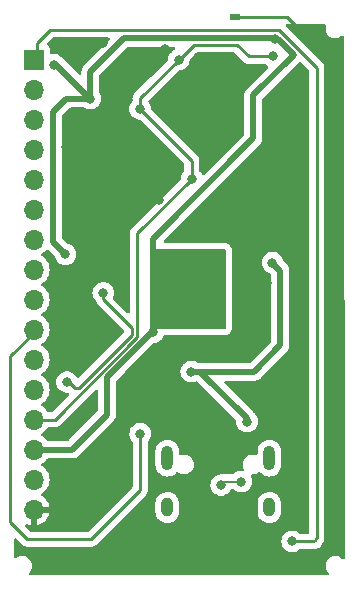
<source format=gbl>
%TF.GenerationSoftware,KiCad,Pcbnew,(6.0.10)*%
%TF.CreationDate,2023-01-25T23:47:30-05:00*%
%TF.ProjectId,espc4synth,65737063-3473-4796-9e74-682e6b696361,1*%
%TF.SameCoordinates,Original*%
%TF.FileFunction,Copper,L2,Bot*%
%TF.FilePolarity,Positive*%
%FSLAX46Y46*%
G04 Gerber Fmt 4.6, Leading zero omitted, Abs format (unit mm)*
G04 Created by KiCad (PCBNEW (6.0.10)) date 2023-01-25 23:47:30*
%MOMM*%
%LPD*%
G01*
G04 APERTURE LIST*
%TA.AperFunction,ComponentPad*%
%ADD10R,1.700000X1.700000*%
%TD*%
%TA.AperFunction,ComponentPad*%
%ADD11O,1.700000X1.700000*%
%TD*%
%TA.AperFunction,ComponentPad*%
%ADD12O,1.000000X1.600000*%
%TD*%
%TA.AperFunction,ComponentPad*%
%ADD13O,1.000000X2.100000*%
%TD*%
%TA.AperFunction,CastellatedPad*%
%ADD14O,1.000000X2.100000*%
%TD*%
%TA.AperFunction,ComponentPad*%
%ADD15R,0.900000X0.500000*%
%TD*%
%TA.AperFunction,ViaPad*%
%ADD16C,0.800000*%
%TD*%
%TA.AperFunction,Conductor*%
%ADD17C,0.250000*%
%TD*%
%TA.AperFunction,Conductor*%
%ADD18C,0.500000*%
%TD*%
%TA.AperFunction,Conductor*%
%ADD19C,0.200000*%
%TD*%
G04 APERTURE END LIST*
D10*
%TO.P,J2,1,Pin_1*%
%TO.N,/RESET*%
X15500000Y-35500000D03*
D11*
%TO.P,J2,2,Pin_2*%
%TO.N,/GPIO2*%
X15500000Y-38040000D03*
%TO.P,J2,3,Pin_3*%
%TO.N,/GPIO3*%
X15500000Y-40580000D03*
%TO.P,J2,4,Pin_4*%
%TO.N,/GPIO4*%
X15500000Y-43120000D03*
%TO.P,J2,5,Pin_5*%
%TO.N,/GPIO5*%
X15500000Y-45660000D03*
%TO.P,J2,6,Pin_6*%
%TO.N,/GPIO6*%
X15500000Y-48200000D03*
%TO.P,J2,7,Pin_7*%
%TO.N,/GPIO7*%
X15500000Y-50740000D03*
%TO.P,J2,8,Pin_8*%
%TO.N,/GPIO8*%
X15500000Y-53280000D03*
%TO.P,J2,9,Pin_9*%
%TO.N,/GPIO10*%
X15500000Y-55820000D03*
%TO.P,J2,10,Pin_10*%
%TO.N,/BOOT*%
X15500000Y-58360000D03*
%TO.P,J2,11,Pin_11*%
%TO.N,/GPIO20*%
X15500000Y-60900000D03*
%TO.P,J2,12,Pin_12*%
%TO.N,/GPIO21*%
X15500000Y-63440000D03*
%TO.P,J2,13,Pin_13*%
%TO.N,/3p3*%
X15500000Y-65980000D03*
%TO.P,J2,14,Pin_14*%
%TO.N,+3V3*%
X15500000Y-68520000D03*
%TO.P,J2,15,Pin_15*%
%TO.N,/DOUT*%
X15500000Y-71060000D03*
%TO.P,J2,16,Pin_16*%
%TO.N,GND*%
X15500000Y-73600000D03*
%TD*%
D12*
%TO.P,J1,*%
%TO.N,*%
X35470000Y-73424951D03*
D13*
X35470000Y-69244951D03*
D14*
X26830000Y-69244951D03*
D12*
%TO.P,J1,S1,SHIELD*%
%TO.N,unconnected-(J1-PadS1)*%
X26830000Y-73424951D03*
%TD*%
D15*
%TO.P,AE1,2*%
%TO.N,GND*%
X32550000Y-31900000D03*
%TD*%
D16*
%TO.N,GND*%
X18500000Y-70200000D03*
%TO.N,VBUS*%
X33575000Y-66150000D03*
%TO.N,/USBC-*%
X33094622Y-71230378D03*
X31375000Y-71525000D03*
%TO.N,GND*%
X24675000Y-65050000D03*
X21625000Y-51125000D03*
%TO.N,/DOUT*%
X21400000Y-55250000D03*
X18325000Y-62800000D03*
%TO.N,GND*%
X38225000Y-33150000D03*
%TO.N,+3V3*%
X28925000Y-53958333D03*
X26825000Y-57825000D03*
X28925000Y-55666666D03*
X31050000Y-55608332D03*
X26975000Y-52250000D03*
X31025000Y-52275000D03*
X31025000Y-53941666D03*
X28925000Y-52250000D03*
X35956115Y-33724500D03*
X20300000Y-38800000D03*
X17200000Y-35925000D03*
X18200000Y-51990000D03*
X31125000Y-57275000D03*
X25600000Y-58600000D03*
X28925000Y-57375000D03*
%TO.N,/BOOT*%
X24525000Y-67175000D03*
%TO.N,GND*%
X32650000Y-38200000D03*
X36005378Y-61930378D03*
X32700000Y-74050000D03*
X32400000Y-47500000D03*
X18650000Y-72750000D03*
X26600000Y-34574500D03*
X18274500Y-42880064D03*
X35825000Y-63375000D03*
X38125000Y-44500000D03*
X26093649Y-47381753D03*
X27924500Y-63299951D03*
X18372300Y-66922300D03*
X22600000Y-40500000D03*
X21375000Y-34124500D03*
X18300000Y-55675500D03*
X35225000Y-54400000D03*
X22050000Y-37100000D03*
X29400000Y-35250000D03*
X20820454Y-42679546D03*
X35850000Y-49175000D03*
X29950000Y-41200000D03*
%TO.N,/RESET*%
X37400000Y-76300000D03*
%TO.N,VBUS*%
X35725000Y-52700000D03*
X28850000Y-61924951D03*
%TO.N,/3p3*%
X27800000Y-35500000D03*
X24512701Y-39687299D03*
X35749951Y-35224549D03*
X28900000Y-45600000D03*
%TD*%
D17*
%TO.N,/RESET*%
X39475000Y-76050000D02*
G75*
G02*
X39225000Y-76300000I-250000J0D01*
G01*
X15750000Y-34100000D02*
X15750000Y-35500000D01*
X36300000Y-33000000D02*
X16850000Y-33000000D01*
X16850000Y-33000000D02*
X15750000Y-34100000D01*
X39475000Y-36175000D02*
X36300000Y-33000000D01*
X39475000Y-76050000D02*
X39475000Y-36175000D01*
X37400000Y-76300000D02*
X39225000Y-76300000D01*
D18*
%TO.N,+3V3*%
X25600000Y-50675305D02*
X25600000Y-58600000D01*
X34100000Y-42175305D02*
X25600000Y-50675305D01*
X34100000Y-38536828D02*
X34100000Y-42175305D01*
X37561828Y-35075000D02*
X34100000Y-38536828D01*
X20300000Y-36550000D02*
X20300000Y-38800000D01*
X35956115Y-33724500D02*
X36211328Y-33724500D01*
X36211328Y-33724500D02*
X37561828Y-35075000D01*
X23175000Y-33675000D02*
X20300000Y-36550000D01*
X35906615Y-33675000D02*
X23175000Y-33675000D01*
X35956115Y-33724500D02*
X35906615Y-33675000D01*
D17*
%TO.N,/3p3*%
X29050000Y-34250000D02*
X27800000Y-35500000D01*
X32724195Y-34250000D02*
X29050000Y-34250000D01*
X33698744Y-35224549D02*
X32724195Y-34250000D01*
X35749951Y-35224549D02*
X33698744Y-35224549D01*
D18*
%TO.N,+3V3*%
X21700000Y-65575000D02*
X18755000Y-68520000D01*
X21700000Y-62413172D02*
X21700000Y-65575000D01*
X25513172Y-58600000D02*
X21700000Y-62413172D01*
X18755000Y-68520000D02*
X15750000Y-68520000D01*
X25600000Y-58600000D02*
X25513172Y-58600000D01*
X18275000Y-38800000D02*
X20300000Y-38800000D01*
X17150000Y-50940000D02*
X17150000Y-39925000D01*
X17150000Y-39925000D02*
X18275000Y-38800000D01*
X18200000Y-51990000D02*
X17150000Y-50940000D01*
D19*
%TO.N,/USBC-*%
X31669622Y-71230378D02*
X31375000Y-71525000D01*
X33094622Y-71230378D02*
X31669622Y-71230378D01*
D18*
%TO.N,VBUS*%
X33575000Y-65875000D02*
X33575000Y-66150000D01*
X29624951Y-61924951D02*
X33575000Y-65875000D01*
X28850000Y-61924951D02*
X29624951Y-61924951D01*
D17*
%TO.N,/BOOT*%
X13500000Y-60610000D02*
X15750000Y-58360000D01*
X14975000Y-76100000D02*
X13500000Y-74625000D01*
X24525000Y-71975000D02*
X20400000Y-76100000D01*
X24525000Y-67175000D02*
X24525000Y-71975000D01*
X20400000Y-76100000D02*
X14975000Y-76100000D01*
X13500000Y-74625000D02*
X13500000Y-60610000D01*
%TO.N,/DOUT*%
X18525000Y-62800000D02*
X18325000Y-62800000D01*
X23850000Y-58225000D02*
X23850000Y-58813604D01*
X21400000Y-55775000D02*
X23850000Y-58225000D01*
X21400000Y-55250000D02*
X21400000Y-55775000D01*
X19388604Y-63275000D02*
X19000000Y-63275000D01*
X23850000Y-58813604D02*
X19388604Y-63275000D01*
X19000000Y-63275000D02*
X18525000Y-62800000D01*
%TO.N,GND*%
X36975000Y-31900000D02*
X38225000Y-33150000D01*
X32550000Y-31900000D02*
X36975000Y-31900000D01*
D18*
%TO.N,+3V3*%
X17425000Y-35925000D02*
X20300000Y-38800000D01*
X17200000Y-35925000D02*
X17425000Y-35925000D01*
D17*
%TO.N,GND*%
X32650000Y-38200000D02*
X32650000Y-38500000D01*
X29700000Y-35250000D02*
X29400000Y-35250000D01*
X18372300Y-66922300D02*
X18450000Y-67000000D01*
X20820454Y-42679546D02*
X20619936Y-42880064D01*
D18*
%TO.N,VBUS*%
X34175049Y-61924951D02*
X36400000Y-59700000D01*
X36400000Y-53375000D02*
X35725000Y-52700000D01*
X36400000Y-59700000D02*
X36400000Y-53375000D01*
X28850000Y-61924951D02*
X34175049Y-61924951D01*
D17*
%TO.N,/3p3*%
X28900000Y-45600000D02*
X24300000Y-50200000D01*
X27800000Y-35500000D02*
X24512701Y-38787299D01*
X17320000Y-65980000D02*
X15750000Y-65980000D01*
X28900000Y-44074598D02*
X24512701Y-39687299D01*
X24300000Y-59000000D02*
X17320000Y-65980000D01*
X28900000Y-45600000D02*
X28900000Y-44074598D01*
X24512701Y-38787299D02*
X24512701Y-39687299D01*
X24300000Y-50200000D02*
X24300000Y-59000000D01*
%TD*%
%TA.AperFunction,Conductor*%
%TO.N,+3V3*%
G36*
X31717121Y-51545002D02*
G01*
X31763614Y-51598658D01*
X31775000Y-51651000D01*
X31775000Y-58199000D01*
X31754998Y-58267121D01*
X31701342Y-58313614D01*
X31649000Y-58325000D01*
X25776000Y-58325000D01*
X25707879Y-58304998D01*
X25661386Y-58251342D01*
X25650000Y-58199000D01*
X25650000Y-51651000D01*
X25670002Y-51582879D01*
X25723658Y-51536386D01*
X25776000Y-51525000D01*
X31649000Y-51525000D01*
X31717121Y-51545002D01*
G37*
%TD.AperFunction*%
%TD*%
%TA.AperFunction,Conductor*%
%TO.N,GND*%
G36*
X40203728Y-32490217D02*
G01*
X40250230Y-32543865D01*
X40260347Y-32614137D01*
X40252616Y-32643017D01*
X40249252Y-32651427D01*
X40248138Y-32658157D01*
X40248137Y-32658160D01*
X40225581Y-32794409D01*
X40219922Y-32828591D01*
X40229321Y-33007921D01*
X40277008Y-33181049D01*
X40360760Y-33339898D01*
X40476668Y-33477058D01*
X40482091Y-33481205D01*
X40482093Y-33481206D01*
X40613905Y-33581984D01*
X40613909Y-33581987D01*
X40619326Y-33586128D01*
X40625506Y-33589010D01*
X40625508Y-33589011D01*
X40775900Y-33659140D01*
X40775903Y-33659141D01*
X40782077Y-33662020D01*
X40788725Y-33663506D01*
X40788728Y-33663507D01*
X40952290Y-33700067D01*
X40952291Y-33700067D01*
X40957328Y-33701193D01*
X40962819Y-33701500D01*
X41094866Y-33701500D01*
X41228525Y-33686980D01*
X41328004Y-33653502D01*
X41392257Y-33631879D01*
X41392259Y-33631878D01*
X41398722Y-33629703D01*
X41552648Y-33537214D01*
X41599285Y-33493111D01*
X41662520Y-33460841D01*
X41733167Y-33467881D01*
X41788793Y-33511997D01*
X41811856Y-33584508D01*
X41865365Y-77689885D01*
X41845446Y-77758030D01*
X41791846Y-77804588D01*
X41721585Y-77814777D01*
X41656968Y-77785362D01*
X41643127Y-77771366D01*
X41627739Y-77753157D01*
X41627738Y-77753156D01*
X41623332Y-77747942D01*
X41570610Y-77707633D01*
X41486095Y-77643016D01*
X41486091Y-77643013D01*
X41480674Y-77638872D01*
X41474494Y-77635990D01*
X41474492Y-77635989D01*
X41324100Y-77565860D01*
X41324097Y-77565859D01*
X41317923Y-77562980D01*
X41311275Y-77561494D01*
X41311272Y-77561493D01*
X41147710Y-77524933D01*
X41147709Y-77524933D01*
X41142672Y-77523807D01*
X41137181Y-77523500D01*
X41005134Y-77523500D01*
X40871475Y-77538020D01*
X40801726Y-77561493D01*
X40707743Y-77593121D01*
X40707741Y-77593122D01*
X40701278Y-77595297D01*
X40547352Y-77687786D01*
X40542392Y-77692477D01*
X40542390Y-77692478D01*
X40458969Y-77771366D01*
X40416877Y-77811170D01*
X40315940Y-77959694D01*
X40249252Y-78126427D01*
X40219922Y-78303591D01*
X40229321Y-78482921D01*
X40277008Y-78656049D01*
X40360760Y-78814898D01*
X40476668Y-78952058D01*
X40482093Y-78956206D01*
X40487030Y-78960907D01*
X40485634Y-78962373D01*
X40521837Y-79011763D01*
X40526188Y-79082626D01*
X40491537Y-79144593D01*
X40428886Y-79177988D01*
X40403246Y-79180604D01*
X15211781Y-79161053D01*
X15143676Y-79140998D01*
X15097225Y-79087306D01*
X15087175Y-79017025D01*
X15116719Y-78952467D01*
X15125306Y-78943505D01*
X15178165Y-78893519D01*
X15178167Y-78893517D01*
X15183123Y-78888830D01*
X15284060Y-78740306D01*
X15350748Y-78573573D01*
X15366142Y-78480591D01*
X15378963Y-78403146D01*
X15378963Y-78403143D01*
X15380078Y-78396409D01*
X15370679Y-78217079D01*
X15322992Y-78043951D01*
X15239240Y-77885102D01*
X15123332Y-77747942D01*
X15070610Y-77707633D01*
X14986095Y-77643016D01*
X14986091Y-77643013D01*
X14980674Y-77638872D01*
X14974494Y-77635990D01*
X14974492Y-77635989D01*
X14824100Y-77565860D01*
X14824097Y-77565859D01*
X14817923Y-77562980D01*
X14811275Y-77561494D01*
X14811272Y-77561493D01*
X14647710Y-77524933D01*
X14647709Y-77524933D01*
X14642672Y-77523807D01*
X14637181Y-77523500D01*
X14505134Y-77523500D01*
X14371475Y-77538020D01*
X14301726Y-77561493D01*
X14207743Y-77593121D01*
X14207741Y-77593122D01*
X14201278Y-77595297D01*
X14047352Y-77687786D01*
X14042392Y-77692477D01*
X14042390Y-77692478D01*
X14026364Y-77707633D01*
X13963126Y-77739905D01*
X13892479Y-77732864D01*
X13836854Y-77688746D01*
X13813792Y-77616131D01*
X13813623Y-77166109D01*
X13813236Y-76138378D01*
X13833212Y-76070251D01*
X13886851Y-76023738D01*
X13957121Y-76013608D01*
X14021713Y-76043077D01*
X14028331Y-76049237D01*
X14471352Y-76492258D01*
X14478887Y-76500538D01*
X14483000Y-76507018D01*
X14521553Y-76543221D01*
X14532651Y-76553643D01*
X14535493Y-76556398D01*
X14555230Y-76576135D01*
X14558427Y-76578615D01*
X14567447Y-76586318D01*
X14599679Y-76616586D01*
X14606625Y-76620405D01*
X14606628Y-76620407D01*
X14617434Y-76626348D01*
X14633953Y-76637199D01*
X14649959Y-76649614D01*
X14657228Y-76652759D01*
X14657232Y-76652762D01*
X14690537Y-76667174D01*
X14701187Y-76672391D01*
X14739940Y-76693695D01*
X14747615Y-76695666D01*
X14747616Y-76695666D01*
X14759562Y-76698733D01*
X14778267Y-76705137D01*
X14796855Y-76713181D01*
X14804678Y-76714420D01*
X14804688Y-76714423D01*
X14840524Y-76720099D01*
X14852144Y-76722505D01*
X14883959Y-76730673D01*
X14894970Y-76733500D01*
X14915224Y-76733500D01*
X14934934Y-76735051D01*
X14954943Y-76738220D01*
X14962835Y-76737474D01*
X14981580Y-76735702D01*
X14998962Y-76734059D01*
X15010819Y-76733500D01*
X20321233Y-76733500D01*
X20332416Y-76734027D01*
X20339909Y-76735702D01*
X20347835Y-76735453D01*
X20347836Y-76735453D01*
X20407986Y-76733562D01*
X20411945Y-76733500D01*
X20439856Y-76733500D01*
X20443791Y-76733003D01*
X20443856Y-76732995D01*
X20455693Y-76732062D01*
X20487951Y-76731048D01*
X20491970Y-76730922D01*
X20499889Y-76730673D01*
X20519343Y-76725021D01*
X20538700Y-76721013D01*
X20550930Y-76719468D01*
X20550931Y-76719468D01*
X20558797Y-76718474D01*
X20566168Y-76715555D01*
X20566170Y-76715555D01*
X20599912Y-76702196D01*
X20611142Y-76698351D01*
X20645983Y-76688229D01*
X20645984Y-76688229D01*
X20653593Y-76686018D01*
X20660412Y-76681985D01*
X20660417Y-76681983D01*
X20671028Y-76675707D01*
X20688776Y-76667012D01*
X20707617Y-76659552D01*
X20743387Y-76633564D01*
X20753307Y-76627048D01*
X20784535Y-76608580D01*
X20784538Y-76608578D01*
X20791362Y-76604542D01*
X20805683Y-76590221D01*
X20820717Y-76577380D01*
X20830694Y-76570131D01*
X20837107Y-76565472D01*
X20865298Y-76531395D01*
X20873288Y-76522616D01*
X23621185Y-73774720D01*
X25821500Y-73774720D01*
X25821800Y-73777776D01*
X25821800Y-73777783D01*
X25822530Y-73785224D01*
X25835920Y-73921784D01*
X25893084Y-74111120D01*
X25985934Y-74285747D01*
X26048610Y-74362595D01*
X26107040Y-74434238D01*
X26107043Y-74434241D01*
X26110935Y-74439013D01*
X26115682Y-74442940D01*
X26115684Y-74442942D01*
X26258575Y-74561152D01*
X26258579Y-74561154D01*
X26263325Y-74565081D01*
X26437299Y-74659149D01*
X26626232Y-74717633D01*
X26632357Y-74718277D01*
X26632358Y-74718277D01*
X26816796Y-74737662D01*
X26816798Y-74737662D01*
X26822925Y-74738306D01*
X26905424Y-74730798D01*
X27013749Y-74720940D01*
X27013752Y-74720939D01*
X27019888Y-74720381D01*
X27025794Y-74718643D01*
X27025798Y-74718642D01*
X27130924Y-74687702D01*
X27209619Y-74664541D01*
X27215077Y-74661688D01*
X27215081Y-74661686D01*
X27305853Y-74614231D01*
X27384890Y-74572911D01*
X27539025Y-74448983D01*
X27666154Y-74297477D01*
X27669121Y-74292079D01*
X27669125Y-74292074D01*
X27758467Y-74129559D01*
X27761433Y-74124164D01*
X27763846Y-74116559D01*
X27819373Y-73941515D01*
X27819373Y-73941514D01*
X27821235Y-73935645D01*
X27838500Y-73781724D01*
X27838500Y-73774720D01*
X34461500Y-73774720D01*
X34461800Y-73777776D01*
X34461800Y-73777783D01*
X34462530Y-73785224D01*
X34475920Y-73921784D01*
X34533084Y-74111120D01*
X34625934Y-74285747D01*
X34688610Y-74362595D01*
X34747040Y-74434238D01*
X34747043Y-74434241D01*
X34750935Y-74439013D01*
X34755682Y-74442940D01*
X34755684Y-74442942D01*
X34898575Y-74561152D01*
X34898579Y-74561154D01*
X34903325Y-74565081D01*
X35077299Y-74659149D01*
X35266232Y-74717633D01*
X35272357Y-74718277D01*
X35272358Y-74718277D01*
X35456796Y-74737662D01*
X35456798Y-74737662D01*
X35462925Y-74738306D01*
X35545424Y-74730798D01*
X35653749Y-74720940D01*
X35653752Y-74720939D01*
X35659888Y-74720381D01*
X35665794Y-74718643D01*
X35665798Y-74718642D01*
X35770924Y-74687702D01*
X35849619Y-74664541D01*
X35855077Y-74661688D01*
X35855081Y-74661686D01*
X35945853Y-74614231D01*
X36024890Y-74572911D01*
X36179025Y-74448983D01*
X36306154Y-74297477D01*
X36309121Y-74292079D01*
X36309125Y-74292074D01*
X36398467Y-74129559D01*
X36401433Y-74124164D01*
X36403846Y-74116559D01*
X36459373Y-73941515D01*
X36459373Y-73941514D01*
X36461235Y-73935645D01*
X36478500Y-73781724D01*
X36478500Y-73075182D01*
X36477814Y-73068178D01*
X36464681Y-72934252D01*
X36464080Y-72928118D01*
X36406916Y-72738782D01*
X36314066Y-72564155D01*
X36216515Y-72444546D01*
X36192960Y-72415664D01*
X36192957Y-72415661D01*
X36189065Y-72410889D01*
X36182724Y-72405643D01*
X36041425Y-72288750D01*
X36041421Y-72288748D01*
X36036675Y-72284821D01*
X35862701Y-72190753D01*
X35673768Y-72132269D01*
X35667643Y-72131625D01*
X35667642Y-72131625D01*
X35483204Y-72112240D01*
X35483202Y-72112240D01*
X35477075Y-72111596D01*
X35394576Y-72119104D01*
X35286251Y-72128962D01*
X35286248Y-72128963D01*
X35280112Y-72129521D01*
X35274206Y-72131259D01*
X35274202Y-72131260D01*
X35169076Y-72162200D01*
X35090381Y-72185361D01*
X35084923Y-72188214D01*
X35084919Y-72188216D01*
X35024555Y-72219774D01*
X34915110Y-72276991D01*
X34760975Y-72400919D01*
X34633846Y-72552425D01*
X34630879Y-72557823D01*
X34630875Y-72557828D01*
X34627397Y-72564155D01*
X34538567Y-72725738D01*
X34536706Y-72731605D01*
X34536705Y-72731607D01*
X34482981Y-72900966D01*
X34478765Y-72914257D01*
X34461500Y-73068178D01*
X34461500Y-73774720D01*
X27838500Y-73774720D01*
X27838500Y-73075182D01*
X27837814Y-73068178D01*
X27824681Y-72934252D01*
X27824080Y-72928118D01*
X27766916Y-72738782D01*
X27674066Y-72564155D01*
X27576515Y-72444546D01*
X27552960Y-72415664D01*
X27552957Y-72415661D01*
X27549065Y-72410889D01*
X27542724Y-72405643D01*
X27401425Y-72288750D01*
X27401421Y-72288748D01*
X27396675Y-72284821D01*
X27222701Y-72190753D01*
X27033768Y-72132269D01*
X27027643Y-72131625D01*
X27027642Y-72131625D01*
X26843204Y-72112240D01*
X26843202Y-72112240D01*
X26837075Y-72111596D01*
X26754576Y-72119104D01*
X26646251Y-72128962D01*
X26646248Y-72128963D01*
X26640112Y-72129521D01*
X26634206Y-72131259D01*
X26634202Y-72131260D01*
X26529076Y-72162200D01*
X26450381Y-72185361D01*
X26444923Y-72188214D01*
X26444919Y-72188216D01*
X26384555Y-72219774D01*
X26275110Y-72276991D01*
X26120975Y-72400919D01*
X25993846Y-72552425D01*
X25990879Y-72557823D01*
X25990875Y-72557828D01*
X25987397Y-72564155D01*
X25898567Y-72725738D01*
X25896706Y-72731605D01*
X25896705Y-72731607D01*
X25842981Y-72900966D01*
X25838765Y-72914257D01*
X25821500Y-73068178D01*
X25821500Y-73774720D01*
X23621185Y-73774720D01*
X24917253Y-72478652D01*
X24925539Y-72471112D01*
X24932018Y-72467000D01*
X24978644Y-72417348D01*
X24981398Y-72414507D01*
X25001135Y-72394770D01*
X25003615Y-72391573D01*
X25011320Y-72382551D01*
X25036159Y-72356100D01*
X25041586Y-72350321D01*
X25045405Y-72343375D01*
X25045407Y-72343372D01*
X25051348Y-72332566D01*
X25062199Y-72316047D01*
X25069758Y-72306301D01*
X25074614Y-72300041D01*
X25077759Y-72292772D01*
X25077762Y-72292768D01*
X25092174Y-72259463D01*
X25097391Y-72248813D01*
X25118695Y-72210060D01*
X25123733Y-72190437D01*
X25130137Y-72171734D01*
X25135033Y-72160420D01*
X25135033Y-72160419D01*
X25138181Y-72153145D01*
X25139420Y-72145322D01*
X25139423Y-72145312D01*
X25145099Y-72109476D01*
X25147505Y-72097856D01*
X25156528Y-72062711D01*
X25156528Y-72062710D01*
X25158500Y-72055030D01*
X25158500Y-72034776D01*
X25160051Y-72015065D01*
X25161980Y-72002886D01*
X25163220Y-71995057D01*
X25159059Y-71951038D01*
X25158500Y-71939181D01*
X25158500Y-71525000D01*
X30461496Y-71525000D01*
X30462186Y-71531565D01*
X30475728Y-71660406D01*
X30481458Y-71714928D01*
X30540473Y-71896556D01*
X30635960Y-72061944D01*
X30640378Y-72066851D01*
X30640379Y-72066852D01*
X30739225Y-72176632D01*
X30763747Y-72203866D01*
X30856716Y-72271412D01*
X30886110Y-72292768D01*
X30918248Y-72316118D01*
X30924276Y-72318802D01*
X30924278Y-72318803D01*
X31086681Y-72391109D01*
X31092712Y-72393794D01*
X31185736Y-72413567D01*
X31273056Y-72432128D01*
X31273061Y-72432128D01*
X31279513Y-72433500D01*
X31470487Y-72433500D01*
X31476939Y-72432128D01*
X31476944Y-72432128D01*
X31564264Y-72413567D01*
X31657288Y-72393794D01*
X31663319Y-72391109D01*
X31825722Y-72318803D01*
X31825724Y-72318802D01*
X31831752Y-72316118D01*
X31863891Y-72292768D01*
X31893284Y-72271412D01*
X31986253Y-72203866D01*
X32010775Y-72176632D01*
X32109621Y-72066852D01*
X32109622Y-72066851D01*
X32114040Y-72061944D01*
X32206455Y-71901877D01*
X32257836Y-71852885D01*
X32315573Y-71838878D01*
X32363912Y-71838878D01*
X32432033Y-71858880D01*
X32457548Y-71880567D01*
X32477098Y-71902279D01*
X32483369Y-71909244D01*
X32504951Y-71924924D01*
X32629019Y-72015065D01*
X32637870Y-72021496D01*
X32643898Y-72024180D01*
X32643900Y-72024181D01*
X32806303Y-72096487D01*
X32812334Y-72099172D01*
X32905734Y-72119025D01*
X32992678Y-72137506D01*
X32992683Y-72137506D01*
X32999135Y-72138878D01*
X33190109Y-72138878D01*
X33196561Y-72137506D01*
X33196566Y-72137506D01*
X33283510Y-72119025D01*
X33376910Y-72099172D01*
X33382941Y-72096487D01*
X33545344Y-72024181D01*
X33545346Y-72024180D01*
X33551374Y-72021496D01*
X33560226Y-72015065D01*
X33658741Y-71943489D01*
X33705875Y-71909244D01*
X33794200Y-71811149D01*
X33829243Y-71772230D01*
X33829244Y-71772229D01*
X33833662Y-71767322D01*
X33929149Y-71601934D01*
X33988164Y-71420306D01*
X34008126Y-71230378D01*
X33997218Y-71126590D01*
X33988854Y-71047013D01*
X33988854Y-71047011D01*
X33988164Y-71040450D01*
X33929149Y-70858822D01*
X33893715Y-70797449D01*
X33876978Y-70728456D01*
X33900198Y-70661364D01*
X33956005Y-70617477D01*
X34002835Y-70608451D01*
X34085244Y-70608451D01*
X34220037Y-70593808D01*
X34345716Y-70551512D01*
X34385204Y-70538223D01*
X34385206Y-70538222D01*
X34391675Y-70536045D01*
X34546905Y-70442774D01*
X34547329Y-70443479D01*
X34608520Y-70420189D01*
X34677993Y-70434816D01*
X34715992Y-70466169D01*
X34750935Y-70509013D01*
X34755682Y-70512940D01*
X34755684Y-70512942D01*
X34898575Y-70631152D01*
X34898579Y-70631154D01*
X34903325Y-70635081D01*
X35077299Y-70729149D01*
X35266232Y-70787633D01*
X35272357Y-70788277D01*
X35272358Y-70788277D01*
X35456796Y-70807662D01*
X35456798Y-70807662D01*
X35462925Y-70808306D01*
X35545424Y-70800798D01*
X35653749Y-70790940D01*
X35653752Y-70790939D01*
X35659888Y-70790381D01*
X35665794Y-70788643D01*
X35665798Y-70788642D01*
X35838671Y-70737763D01*
X35849619Y-70734541D01*
X35855077Y-70731688D01*
X35855081Y-70731686D01*
X35945853Y-70684231D01*
X36024890Y-70642911D01*
X36179025Y-70518983D01*
X36306154Y-70367477D01*
X36309121Y-70362079D01*
X36309125Y-70362074D01*
X36398467Y-70199559D01*
X36401433Y-70194164D01*
X36403846Y-70186559D01*
X36459373Y-70011515D01*
X36459373Y-70011514D01*
X36461235Y-70005645D01*
X36478500Y-69851724D01*
X36478500Y-68645182D01*
X36477814Y-68638178D01*
X36464681Y-68504252D01*
X36464080Y-68498118D01*
X36406916Y-68308782D01*
X36314066Y-68134155D01*
X36243709Y-68047889D01*
X36192960Y-67985664D01*
X36192957Y-67985661D01*
X36189065Y-67980889D01*
X36182724Y-67975643D01*
X36041425Y-67858750D01*
X36041421Y-67858748D01*
X36036675Y-67854821D01*
X35862701Y-67760753D01*
X35673768Y-67702269D01*
X35667643Y-67701625D01*
X35667642Y-67701625D01*
X35483204Y-67682240D01*
X35483202Y-67682240D01*
X35477075Y-67681596D01*
X35403663Y-67688277D01*
X35286251Y-67698962D01*
X35286248Y-67698963D01*
X35280112Y-67699521D01*
X35274206Y-67701259D01*
X35274202Y-67701260D01*
X35169076Y-67732200D01*
X35090381Y-67755361D01*
X35084923Y-67758214D01*
X35084919Y-67758216D01*
X35017977Y-67793213D01*
X34915110Y-67846991D01*
X34760975Y-67970919D01*
X34633846Y-68122425D01*
X34630879Y-68127823D01*
X34630875Y-68127828D01*
X34627397Y-68134155D01*
X34538567Y-68295738D01*
X34536706Y-68301605D01*
X34536705Y-68301607D01*
X34480627Y-68478387D01*
X34478765Y-68484257D01*
X34461500Y-68638178D01*
X34461500Y-68857813D01*
X34441498Y-68925934D01*
X34387842Y-68972427D01*
X34317568Y-68982531D01*
X34308014Y-68980779D01*
X34138494Y-68942887D01*
X34138495Y-68942887D01*
X34133457Y-68941761D01*
X34127912Y-68941451D01*
X33994756Y-68941451D01*
X33859963Y-68956094D01*
X33741810Y-68995857D01*
X33694796Y-69011679D01*
X33694794Y-69011680D01*
X33688325Y-69013857D01*
X33533095Y-69107128D01*
X33528138Y-69111816D01*
X33528135Y-69111818D01*
X33417325Y-69216607D01*
X33401515Y-69231558D01*
X33397683Y-69237196D01*
X33397680Y-69237200D01*
X33333951Y-69330974D01*
X33299723Y-69381339D01*
X33232470Y-69549485D01*
X33231356Y-69556213D01*
X33231355Y-69556217D01*
X33209388Y-69688909D01*
X33202892Y-69728149D01*
X33203249Y-69734966D01*
X33203249Y-69734970D01*
X33208151Y-69828490D01*
X33212370Y-69908998D01*
X33214181Y-69915571D01*
X33214181Y-69915574D01*
X33236799Y-69997687D01*
X33260461Y-70083592D01*
X33288680Y-70137114D01*
X33302756Y-70206701D01*
X33276977Y-70272852D01*
X33219526Y-70314564D01*
X33177222Y-70321878D01*
X32999135Y-70321878D01*
X32992683Y-70323250D01*
X32992678Y-70323250D01*
X32905734Y-70341731D01*
X32812334Y-70361584D01*
X32806304Y-70364269D01*
X32806303Y-70364269D01*
X32643900Y-70436575D01*
X32643898Y-70436576D01*
X32637870Y-70439260D01*
X32632529Y-70443140D01*
X32632528Y-70443141D01*
X32504951Y-70535832D01*
X32483369Y-70551512D01*
X32478956Y-70556414D01*
X32478954Y-70556415D01*
X32457548Y-70580189D01*
X32397102Y-70617428D01*
X32363912Y-70621878D01*
X31717758Y-70621878D01*
X31701312Y-70620800D01*
X31677810Y-70617706D01*
X31669622Y-70616628D01*
X31637933Y-70620800D01*
X31629752Y-70621877D01*
X31629743Y-70621878D01*
X31629737Y-70621878D01*
X31568487Y-70629942D01*
X31525843Y-70628266D01*
X31476951Y-70617873D01*
X31476942Y-70617872D01*
X31470487Y-70616500D01*
X31279513Y-70616500D01*
X31273061Y-70617872D01*
X31273056Y-70617872D01*
X31192097Y-70635081D01*
X31092712Y-70656206D01*
X31086682Y-70658891D01*
X31086681Y-70658891D01*
X30924278Y-70731197D01*
X30924276Y-70731198D01*
X30918248Y-70733882D01*
X30763747Y-70846134D01*
X30635960Y-70988056D01*
X30594423Y-71060000D01*
X30554062Y-71129908D01*
X30540473Y-71153444D01*
X30481458Y-71335072D01*
X30461496Y-71525000D01*
X25158500Y-71525000D01*
X25158500Y-69844720D01*
X25821500Y-69844720D01*
X25821800Y-69847776D01*
X25821800Y-69847783D01*
X25822530Y-69855224D01*
X25835920Y-69991784D01*
X25837702Y-69997685D01*
X25837702Y-69997687D01*
X25856470Y-70059848D01*
X25893084Y-70181120D01*
X25985934Y-70355747D01*
X26041171Y-70423474D01*
X26107040Y-70504238D01*
X26107043Y-70504241D01*
X26110935Y-70509013D01*
X26115682Y-70512940D01*
X26115684Y-70512942D01*
X26258575Y-70631152D01*
X26258579Y-70631154D01*
X26263325Y-70635081D01*
X26437299Y-70729149D01*
X26626232Y-70787633D01*
X26632357Y-70788277D01*
X26632358Y-70788277D01*
X26816796Y-70807662D01*
X26816798Y-70807662D01*
X26822925Y-70808306D01*
X26905424Y-70800798D01*
X27013749Y-70790940D01*
X27013752Y-70790939D01*
X27019888Y-70790381D01*
X27025794Y-70788643D01*
X27025798Y-70788642D01*
X27198671Y-70737763D01*
X27209619Y-70734541D01*
X27215077Y-70731688D01*
X27215081Y-70731686D01*
X27305853Y-70684231D01*
X27384890Y-70642911D01*
X27539025Y-70518983D01*
X27587400Y-70461332D01*
X27646507Y-70422007D01*
X27717494Y-70420881D01*
X27760448Y-70442229D01*
X27820257Y-70487957D01*
X27820261Y-70487960D01*
X27825678Y-70492101D01*
X27912372Y-70532527D01*
X27983631Y-70565756D01*
X27983634Y-70565757D01*
X27989808Y-70568636D01*
X27996456Y-70570122D01*
X27996459Y-70570123D01*
X28102421Y-70593808D01*
X28166543Y-70608141D01*
X28172088Y-70608451D01*
X28305244Y-70608451D01*
X28440037Y-70593808D01*
X28565716Y-70551512D01*
X28605204Y-70538223D01*
X28605206Y-70538222D01*
X28611675Y-70536045D01*
X28766905Y-70442774D01*
X28771862Y-70438086D01*
X28771865Y-70438084D01*
X28893527Y-70323033D01*
X28893529Y-70323031D01*
X28898485Y-70318344D01*
X28902317Y-70312706D01*
X28902320Y-70312702D01*
X28996442Y-70174206D01*
X29000277Y-70168563D01*
X29067530Y-70000417D01*
X29068644Y-69993689D01*
X29068645Y-69993685D01*
X29095993Y-69828490D01*
X29095993Y-69828487D01*
X29097108Y-69821753D01*
X29095021Y-69781921D01*
X29087987Y-69647717D01*
X29087630Y-69640904D01*
X29064304Y-69556217D01*
X29041352Y-69472892D01*
X29039539Y-69466310D01*
X28955078Y-69306115D01*
X28950673Y-69300902D01*
X28950670Y-69300898D01*
X28842594Y-69173008D01*
X28842590Y-69173004D01*
X28838187Y-69167794D01*
X28832762Y-69163646D01*
X28699743Y-69061945D01*
X28699739Y-69061942D01*
X28694322Y-69057801D01*
X28536478Y-68984197D01*
X28536369Y-68984146D01*
X28536366Y-68984145D01*
X28530192Y-68981266D01*
X28523544Y-68979780D01*
X28523541Y-68979779D01*
X28358494Y-68942887D01*
X28358495Y-68942887D01*
X28353457Y-68941761D01*
X28347912Y-68941451D01*
X28214756Y-68941451D01*
X28079963Y-68956094D01*
X28004688Y-68981427D01*
X27933747Y-68984197D01*
X27872568Y-68948174D01*
X27840577Y-68884793D01*
X27838500Y-68862008D01*
X27838500Y-68645182D01*
X27837814Y-68638178D01*
X27824681Y-68504252D01*
X27824080Y-68498118D01*
X27766916Y-68308782D01*
X27674066Y-68134155D01*
X27603709Y-68047889D01*
X27552960Y-67985664D01*
X27552957Y-67985661D01*
X27549065Y-67980889D01*
X27542724Y-67975643D01*
X27401425Y-67858750D01*
X27401421Y-67858748D01*
X27396675Y-67854821D01*
X27222701Y-67760753D01*
X27033768Y-67702269D01*
X27027643Y-67701625D01*
X27027642Y-67701625D01*
X26843204Y-67682240D01*
X26843202Y-67682240D01*
X26837075Y-67681596D01*
X26763663Y-67688277D01*
X26646251Y-67698962D01*
X26646248Y-67698963D01*
X26640112Y-67699521D01*
X26634206Y-67701259D01*
X26634202Y-67701260D01*
X26529076Y-67732200D01*
X26450381Y-67755361D01*
X26444923Y-67758214D01*
X26444919Y-67758216D01*
X26377977Y-67793213D01*
X26275110Y-67846991D01*
X26120975Y-67970919D01*
X25993846Y-68122425D01*
X25990879Y-68127823D01*
X25990875Y-68127828D01*
X25987397Y-68134155D01*
X25898567Y-68295738D01*
X25896706Y-68301605D01*
X25896705Y-68301607D01*
X25840627Y-68478387D01*
X25838765Y-68484257D01*
X25821500Y-68638178D01*
X25821500Y-69844720D01*
X25158500Y-69844720D01*
X25158500Y-67877524D01*
X25178502Y-67809403D01*
X25190858Y-67793221D01*
X25264040Y-67711944D01*
X25359527Y-67546556D01*
X25418542Y-67364928D01*
X25429218Y-67263357D01*
X25437814Y-67181565D01*
X25438504Y-67175000D01*
X25426115Y-67057128D01*
X25419232Y-66991635D01*
X25419232Y-66991633D01*
X25418542Y-66985072D01*
X25359527Y-66803444D01*
X25264040Y-66638056D01*
X25243913Y-66615702D01*
X25140675Y-66501045D01*
X25140674Y-66501044D01*
X25136253Y-66496134D01*
X24981752Y-66383882D01*
X24975724Y-66381198D01*
X24975722Y-66381197D01*
X24813319Y-66308891D01*
X24813318Y-66308891D01*
X24807288Y-66306206D01*
X24713887Y-66286353D01*
X24626944Y-66267872D01*
X24626939Y-66267872D01*
X24620487Y-66266500D01*
X24429513Y-66266500D01*
X24423061Y-66267872D01*
X24423056Y-66267872D01*
X24336113Y-66286353D01*
X24242712Y-66306206D01*
X24236682Y-66308891D01*
X24236681Y-66308891D01*
X24074278Y-66381197D01*
X24074276Y-66381198D01*
X24068248Y-66383882D01*
X23913747Y-66496134D01*
X23909326Y-66501044D01*
X23909325Y-66501045D01*
X23806088Y-66615702D01*
X23785960Y-66638056D01*
X23690473Y-66803444D01*
X23631458Y-66985072D01*
X23630768Y-66991633D01*
X23630768Y-66991635D01*
X23623885Y-67057128D01*
X23611496Y-67175000D01*
X23612186Y-67181565D01*
X23620783Y-67263357D01*
X23631458Y-67364928D01*
X23690473Y-67546556D01*
X23785960Y-67711944D01*
X23859137Y-67793215D01*
X23889853Y-67857221D01*
X23891500Y-67877524D01*
X23891500Y-71660406D01*
X23871498Y-71728527D01*
X23854595Y-71749501D01*
X20174500Y-75429595D01*
X20112188Y-75463621D01*
X20085405Y-75466500D01*
X15289594Y-75466500D01*
X15221473Y-75446498D01*
X15200499Y-75429595D01*
X14824771Y-75053867D01*
X14790745Y-74991555D01*
X14795810Y-74920740D01*
X14838357Y-74863904D01*
X14904877Y-74839093D01*
X14958815Y-74847062D01*
X15115001Y-74906703D01*
X15124899Y-74909579D01*
X15228250Y-74930606D01*
X15242299Y-74929410D01*
X15246000Y-74919065D01*
X15246000Y-74918517D01*
X15754000Y-74918517D01*
X15758064Y-74932359D01*
X15771478Y-74934393D01*
X15778184Y-74933534D01*
X15788262Y-74931392D01*
X15992255Y-74870191D01*
X16001842Y-74866433D01*
X16193095Y-74772739D01*
X16201945Y-74767464D01*
X16375328Y-74643792D01*
X16383200Y-74637139D01*
X16534052Y-74486812D01*
X16540730Y-74478965D01*
X16665003Y-74306020D01*
X16670313Y-74297183D01*
X16764670Y-74106267D01*
X16768469Y-74096672D01*
X16830377Y-73892910D01*
X16832555Y-73882837D01*
X16833986Y-73871962D01*
X16831775Y-73857778D01*
X16818617Y-73854000D01*
X15772115Y-73854000D01*
X15756876Y-73858475D01*
X15755671Y-73859865D01*
X15754000Y-73867548D01*
X15754000Y-74918517D01*
X15246000Y-74918517D01*
X15246000Y-73472000D01*
X15266002Y-73403879D01*
X15319658Y-73357386D01*
X15372000Y-73346000D01*
X16818344Y-73346000D01*
X16831875Y-73342027D01*
X16833180Y-73332947D01*
X16791214Y-73165875D01*
X16787894Y-73156124D01*
X16702972Y-72960814D01*
X16698105Y-72951739D01*
X16582426Y-72772926D01*
X16576136Y-72764757D01*
X16432806Y-72607240D01*
X16425273Y-72600215D01*
X16258139Y-72468222D01*
X16249556Y-72462520D01*
X16212602Y-72442120D01*
X16162631Y-72391687D01*
X16147859Y-72322245D01*
X16172975Y-72255839D01*
X16200327Y-72229232D01*
X16235889Y-72203866D01*
X16379860Y-72101173D01*
X16384563Y-72096487D01*
X16494267Y-71987165D01*
X16538096Y-71943489D01*
X16562704Y-71909244D01*
X16665435Y-71766277D01*
X16668453Y-71762077D01*
X16674669Y-71749501D01*
X16765136Y-71566453D01*
X16765137Y-71566451D01*
X16767430Y-71561811D01*
X16832370Y-71348069D01*
X16861529Y-71126590D01*
X16863156Y-71060000D01*
X16844852Y-70837361D01*
X16790431Y-70620702D01*
X16701354Y-70415840D01*
X16641455Y-70323250D01*
X16582822Y-70232617D01*
X16582820Y-70232614D01*
X16580014Y-70228277D01*
X16429670Y-70063051D01*
X16425619Y-70059852D01*
X16425615Y-70059848D01*
X16258414Y-69927800D01*
X16258410Y-69927798D01*
X16254359Y-69924598D01*
X16213053Y-69901796D01*
X16163084Y-69851364D01*
X16148312Y-69781921D01*
X16173428Y-69715516D01*
X16200780Y-69688909D01*
X16258529Y-69647717D01*
X16379860Y-69561173D01*
X16384834Y-69556217D01*
X16534435Y-69407137D01*
X16538096Y-69403489D01*
X16590203Y-69330974D01*
X16646198Y-69287326D01*
X16692526Y-69278500D01*
X18687930Y-69278500D01*
X18706880Y-69279933D01*
X18721115Y-69282099D01*
X18721119Y-69282099D01*
X18728349Y-69283199D01*
X18735641Y-69282606D01*
X18735644Y-69282606D01*
X18781018Y-69278915D01*
X18791233Y-69278500D01*
X18799293Y-69278500D01*
X18812583Y-69276951D01*
X18827507Y-69275211D01*
X18831882Y-69274778D01*
X18897339Y-69269454D01*
X18897342Y-69269453D01*
X18904637Y-69268860D01*
X18911601Y-69266604D01*
X18917560Y-69265413D01*
X18923415Y-69264029D01*
X18930681Y-69263182D01*
X18999327Y-69238265D01*
X19003455Y-69236848D01*
X19065936Y-69216607D01*
X19065938Y-69216606D01*
X19072899Y-69214351D01*
X19079154Y-69210555D01*
X19084628Y-69208049D01*
X19090058Y-69205330D01*
X19096937Y-69202833D01*
X19103058Y-69198820D01*
X19157976Y-69162814D01*
X19161680Y-69160477D01*
X19224107Y-69122595D01*
X19232484Y-69115197D01*
X19232508Y-69115224D01*
X19235500Y-69112571D01*
X19238733Y-69109868D01*
X19244852Y-69105856D01*
X19298128Y-69049617D01*
X19300506Y-69047175D01*
X22188911Y-66158770D01*
X22203323Y-66146384D01*
X22214918Y-66137851D01*
X22214923Y-66137846D01*
X22220818Y-66133508D01*
X22225557Y-66127930D01*
X22225560Y-66127927D01*
X22255035Y-66093232D01*
X22261965Y-66085716D01*
X22267660Y-66080021D01*
X22285281Y-66057749D01*
X22288072Y-66054345D01*
X22330591Y-66004297D01*
X22330592Y-66004295D01*
X22335333Y-65998715D01*
X22338661Y-65992199D01*
X22342028Y-65987150D01*
X22345195Y-65982021D01*
X22349734Y-65976284D01*
X22380655Y-65910125D01*
X22382561Y-65906225D01*
X22415769Y-65841192D01*
X22417508Y-65834084D01*
X22419607Y-65828441D01*
X22421524Y-65822678D01*
X22424622Y-65816050D01*
X22439487Y-65744583D01*
X22440457Y-65740299D01*
X22456473Y-65674845D01*
X22457808Y-65669390D01*
X22458500Y-65658236D01*
X22458536Y-65658238D01*
X22458775Y-65654245D01*
X22459149Y-65650053D01*
X22460640Y-65642885D01*
X22458546Y-65565479D01*
X22458500Y-65562072D01*
X22458500Y-62779543D01*
X22478502Y-62711422D01*
X22495405Y-62690448D01*
X23260902Y-61924951D01*
X27936496Y-61924951D01*
X27937186Y-61931516D01*
X27945785Y-62013327D01*
X27956458Y-62114879D01*
X28015473Y-62296507D01*
X28110960Y-62461895D01*
X28115378Y-62466802D01*
X28115379Y-62466803D01*
X28234325Y-62598906D01*
X28238747Y-62603817D01*
X28323836Y-62665638D01*
X28348925Y-62683866D01*
X28393248Y-62716069D01*
X28399276Y-62718753D01*
X28399278Y-62718754D01*
X28561679Y-62791059D01*
X28567712Y-62793745D01*
X28661112Y-62813598D01*
X28748056Y-62832079D01*
X28748061Y-62832079D01*
X28754513Y-62833451D01*
X28945487Y-62833451D01*
X28951939Y-62832079D01*
X28951944Y-62832079D01*
X29038888Y-62813598D01*
X29132288Y-62793745D01*
X29138315Y-62791062D01*
X29138323Y-62791059D01*
X29252993Y-62740005D01*
X29323360Y-62730571D01*
X29387657Y-62760678D01*
X29393336Y-62766017D01*
X32630015Y-66002696D01*
X32664041Y-66065008D01*
X32666230Y-66104961D01*
X32661496Y-66150000D01*
X32662186Y-66156565D01*
X32677770Y-66304834D01*
X32681458Y-66339928D01*
X32740473Y-66521556D01*
X32743776Y-66527278D01*
X32743777Y-66527279D01*
X32775484Y-66582196D01*
X32835960Y-66686944D01*
X32840378Y-66691851D01*
X32840379Y-66691852D01*
X32935040Y-66796984D01*
X32963747Y-66828866D01*
X33118248Y-66941118D01*
X33124276Y-66943802D01*
X33124278Y-66943803D01*
X33286681Y-67016109D01*
X33292712Y-67018794D01*
X33386113Y-67038647D01*
X33473056Y-67057128D01*
X33473061Y-67057128D01*
X33479513Y-67058500D01*
X33670487Y-67058500D01*
X33676939Y-67057128D01*
X33676944Y-67057128D01*
X33763887Y-67038647D01*
X33857288Y-67018794D01*
X33863319Y-67016109D01*
X34025722Y-66943803D01*
X34025724Y-66943802D01*
X34031752Y-66941118D01*
X34186253Y-66828866D01*
X34214960Y-66796984D01*
X34309621Y-66691852D01*
X34309622Y-66691851D01*
X34314040Y-66686944D01*
X34374516Y-66582196D01*
X34406223Y-66527279D01*
X34406224Y-66527278D01*
X34409527Y-66521556D01*
X34468542Y-66339928D01*
X34472231Y-66304834D01*
X34487814Y-66156565D01*
X34488504Y-66150000D01*
X34478450Y-66054345D01*
X34469232Y-65966635D01*
X34469232Y-65966633D01*
X34468542Y-65960072D01*
X34409527Y-65778444D01*
X34314040Y-65613056D01*
X34286243Y-65582184D01*
X34269659Y-65556938D01*
X34269361Y-65557119D01*
X34269352Y-65557104D01*
X34269351Y-65557101D01*
X34268875Y-65556316D01*
X34267861Y-65554201D01*
X34265319Y-65550331D01*
X34263045Y-65545364D01*
X34260330Y-65539942D01*
X34257833Y-65533063D01*
X34253820Y-65526942D01*
X34217814Y-65472024D01*
X34215467Y-65468305D01*
X34177595Y-65405893D01*
X34170197Y-65397516D01*
X34170224Y-65397492D01*
X34167571Y-65394500D01*
X34164868Y-65391267D01*
X34160856Y-65385148D01*
X34104617Y-65331872D01*
X34102175Y-65329494D01*
X31671227Y-62898546D01*
X31637201Y-62836234D01*
X31642266Y-62765419D01*
X31684813Y-62708583D01*
X31751333Y-62683772D01*
X31760322Y-62683451D01*
X34107979Y-62683451D01*
X34126929Y-62684884D01*
X34141164Y-62687050D01*
X34141168Y-62687050D01*
X34148398Y-62688150D01*
X34155690Y-62687557D01*
X34155693Y-62687557D01*
X34201067Y-62683866D01*
X34211282Y-62683451D01*
X34219342Y-62683451D01*
X34232632Y-62681902D01*
X34247556Y-62680162D01*
X34251931Y-62679729D01*
X34317388Y-62674405D01*
X34317391Y-62674404D01*
X34324686Y-62673811D01*
X34331650Y-62671555D01*
X34337609Y-62670364D01*
X34343464Y-62668980D01*
X34350730Y-62668133D01*
X34419376Y-62643216D01*
X34423504Y-62641799D01*
X34485985Y-62621558D01*
X34485987Y-62621557D01*
X34492948Y-62619302D01*
X34499203Y-62615506D01*
X34504677Y-62613000D01*
X34510107Y-62610281D01*
X34516986Y-62607784D01*
X34549585Y-62586411D01*
X34578025Y-62567765D01*
X34581729Y-62565428D01*
X34644156Y-62527546D01*
X34652533Y-62520148D01*
X34652557Y-62520175D01*
X34655549Y-62517522D01*
X34658782Y-62514819D01*
X34664901Y-62510807D01*
X34718177Y-62454568D01*
X34720555Y-62452126D01*
X36888911Y-60283770D01*
X36903323Y-60271384D01*
X36914918Y-60262851D01*
X36914923Y-60262846D01*
X36920818Y-60258508D01*
X36925557Y-60252930D01*
X36925560Y-60252927D01*
X36955035Y-60218232D01*
X36961965Y-60210716D01*
X36967660Y-60205021D01*
X36985281Y-60182749D01*
X36988072Y-60179345D01*
X37030591Y-60129297D01*
X37030592Y-60129295D01*
X37035333Y-60123715D01*
X37038661Y-60117199D01*
X37042028Y-60112150D01*
X37045195Y-60107021D01*
X37049734Y-60101284D01*
X37080655Y-60035125D01*
X37082561Y-60031225D01*
X37115769Y-59966192D01*
X37117508Y-59959083D01*
X37119604Y-59953449D01*
X37121523Y-59947679D01*
X37124622Y-59941050D01*
X37139491Y-59869565D01*
X37140461Y-59865282D01*
X37156473Y-59799844D01*
X37157808Y-59794390D01*
X37158500Y-59783236D01*
X37158535Y-59783238D01*
X37158775Y-59779266D01*
X37159152Y-59775045D01*
X37160641Y-59767885D01*
X37158546Y-59690458D01*
X37158500Y-59687050D01*
X37158500Y-53442069D01*
X37159933Y-53423118D01*
X37162099Y-53408883D01*
X37162099Y-53408881D01*
X37163199Y-53401651D01*
X37158915Y-53348982D01*
X37158500Y-53338767D01*
X37158500Y-53330707D01*
X37155211Y-53302493D01*
X37154778Y-53298118D01*
X37149454Y-53232661D01*
X37149453Y-53232658D01*
X37148860Y-53225363D01*
X37146604Y-53218399D01*
X37145413Y-53212440D01*
X37144029Y-53206585D01*
X37143182Y-53199319D01*
X37118265Y-53130673D01*
X37116848Y-53126545D01*
X37096607Y-53064064D01*
X37096606Y-53064062D01*
X37094351Y-53057101D01*
X37090555Y-53050846D01*
X37088049Y-53045372D01*
X37085330Y-53039942D01*
X37082833Y-53033063D01*
X37042814Y-52972024D01*
X37040467Y-52968305D01*
X37002595Y-52905893D01*
X36995197Y-52897516D01*
X36995224Y-52897492D01*
X36992571Y-52894500D01*
X36989868Y-52891267D01*
X36985856Y-52885148D01*
X36929617Y-52831872D01*
X36927175Y-52829494D01*
X36645125Y-52547444D01*
X36614387Y-52497285D01*
X36599874Y-52452617D01*
X36559527Y-52328444D01*
X36464040Y-52163056D01*
X36450304Y-52147800D01*
X36340675Y-52026045D01*
X36340674Y-52026044D01*
X36336253Y-52021134D01*
X36237157Y-51949136D01*
X36187094Y-51912763D01*
X36187093Y-51912762D01*
X36181752Y-51908882D01*
X36175724Y-51906198D01*
X36175722Y-51906197D01*
X36013319Y-51833891D01*
X36013318Y-51833891D01*
X36007288Y-51831206D01*
X35913887Y-51811353D01*
X35826944Y-51792872D01*
X35826939Y-51792872D01*
X35820487Y-51791500D01*
X35629513Y-51791500D01*
X35623061Y-51792872D01*
X35623056Y-51792872D01*
X35536112Y-51811353D01*
X35442712Y-51831206D01*
X35436682Y-51833891D01*
X35436681Y-51833891D01*
X35274278Y-51906197D01*
X35274276Y-51906198D01*
X35268248Y-51908882D01*
X35262907Y-51912762D01*
X35262906Y-51912763D01*
X35212843Y-51949136D01*
X35113747Y-52021134D01*
X35109326Y-52026044D01*
X35109325Y-52026045D01*
X34999697Y-52147800D01*
X34985960Y-52163056D01*
X34890473Y-52328444D01*
X34831458Y-52510072D01*
X34830768Y-52516633D01*
X34830768Y-52516635D01*
X34830191Y-52522128D01*
X34811496Y-52700000D01*
X34812186Y-52706565D01*
X34827904Y-52856109D01*
X34831458Y-52889928D01*
X34890473Y-53071556D01*
X34985960Y-53236944D01*
X34990378Y-53241851D01*
X34990379Y-53241852D01*
X35086839Y-53348982D01*
X35113747Y-53378866D01*
X35268248Y-53491118D01*
X35274276Y-53493802D01*
X35274278Y-53493803D01*
X35429561Y-53562939D01*
X35442712Y-53568794D01*
X35449167Y-53570166D01*
X35449176Y-53570169D01*
X35505772Y-53582199D01*
X35568669Y-53616350D01*
X35604595Y-53652276D01*
X35638621Y-53714588D01*
X35641500Y-53741371D01*
X35641500Y-59333629D01*
X35621498Y-59401750D01*
X35604595Y-59422724D01*
X33897773Y-61129546D01*
X33835461Y-61163572D01*
X33808678Y-61166451D01*
X29712892Y-61166451D01*
X29701691Y-61165952D01*
X29700001Y-61165801D01*
X29692836Y-61164311D01*
X29632176Y-61165952D01*
X29615430Y-61166405D01*
X29612023Y-61166451D01*
X29392587Y-61166451D01*
X29318528Y-61142388D01*
X29312098Y-61137716D01*
X29312091Y-61137712D01*
X29306752Y-61133833D01*
X29300724Y-61131149D01*
X29300722Y-61131148D01*
X29138319Y-61058842D01*
X29138318Y-61058842D01*
X29132288Y-61056157D01*
X29038887Y-61036304D01*
X28951944Y-61017823D01*
X28951939Y-61017823D01*
X28945487Y-61016451D01*
X28754513Y-61016451D01*
X28748061Y-61017823D01*
X28748056Y-61017823D01*
X28661113Y-61036304D01*
X28567712Y-61056157D01*
X28561682Y-61058842D01*
X28561681Y-61058842D01*
X28399278Y-61131148D01*
X28399276Y-61131149D01*
X28393248Y-61133833D01*
X28387907Y-61137713D01*
X28387906Y-61137714D01*
X28381473Y-61142388D01*
X28238747Y-61246085D01*
X28234326Y-61250995D01*
X28234325Y-61250996D01*
X28183324Y-61307639D01*
X28110960Y-61388007D01*
X28015473Y-61553395D01*
X27956458Y-61735023D01*
X27936496Y-61924951D01*
X23260902Y-61924951D01*
X25646066Y-59539787D01*
X25708963Y-59505636D01*
X25882288Y-59468794D01*
X25888319Y-59466109D01*
X26050722Y-59393803D01*
X26050724Y-59393802D01*
X26056752Y-59391118D01*
X26064046Y-59385819D01*
X26112157Y-59350864D01*
X26211253Y-59278866D01*
X26258680Y-59226193D01*
X26334621Y-59141852D01*
X26334622Y-59141851D01*
X26339040Y-59136944D01*
X26434527Y-58971556D01*
X26449471Y-58925564D01*
X26489544Y-58866958D01*
X26554941Y-58839321D01*
X26569304Y-58838500D01*
X31649000Y-58838500D01*
X31652346Y-58838140D01*
X31652351Y-58838140D01*
X31754785Y-58827128D01*
X31754792Y-58827127D01*
X31758149Y-58826766D01*
X31761450Y-58826048D01*
X31807210Y-58816094D01*
X31807215Y-58816093D01*
X31810491Y-58815380D01*
X31914657Y-58780710D01*
X32037612Y-58701692D01*
X32091268Y-58655199D01*
X32131822Y-58608397D01*
X32181081Y-58551550D01*
X32181083Y-58551547D01*
X32186982Y-58544739D01*
X32247698Y-58411790D01*
X32267700Y-58343669D01*
X32269400Y-58331851D01*
X32287861Y-58203447D01*
X32287861Y-58203442D01*
X32288500Y-58199000D01*
X32288500Y-51651000D01*
X32285676Y-51624729D01*
X32277128Y-51545215D01*
X32277127Y-51545208D01*
X32276766Y-51541851D01*
X32265380Y-51489509D01*
X32230710Y-51385343D01*
X32151692Y-51262388D01*
X32105199Y-51208732D01*
X32090733Y-51196197D01*
X32001550Y-51118919D01*
X32001547Y-51118917D01*
X31994739Y-51113018D01*
X31983316Y-51107801D01*
X31908535Y-51073650D01*
X31861790Y-51052302D01*
X31838036Y-51045327D01*
X31797992Y-51033569D01*
X31797988Y-51033568D01*
X31793669Y-51032300D01*
X31789220Y-51031660D01*
X31789214Y-51031659D01*
X31653447Y-51012139D01*
X31653442Y-51012139D01*
X31649000Y-51011500D01*
X26640676Y-51011500D01*
X26572555Y-50991498D01*
X26526062Y-50937842D01*
X26515958Y-50867568D01*
X26545452Y-50802988D01*
X26551581Y-50796405D01*
X34588911Y-42759075D01*
X34603323Y-42746689D01*
X34614918Y-42738156D01*
X34614923Y-42738151D01*
X34620818Y-42733813D01*
X34625557Y-42728235D01*
X34625560Y-42728232D01*
X34655035Y-42693537D01*
X34661965Y-42686021D01*
X34667660Y-42680326D01*
X34685281Y-42658054D01*
X34688072Y-42654650D01*
X34730591Y-42604602D01*
X34730592Y-42604600D01*
X34735333Y-42599020D01*
X34738661Y-42592504D01*
X34742028Y-42587455D01*
X34745195Y-42582326D01*
X34749734Y-42576589D01*
X34780655Y-42510430D01*
X34782561Y-42506530D01*
X34815769Y-42441497D01*
X34817508Y-42434389D01*
X34819607Y-42428746D01*
X34821524Y-42422983D01*
X34824622Y-42416355D01*
X34839487Y-42344888D01*
X34840457Y-42340604D01*
X34856473Y-42275150D01*
X34857808Y-42269695D01*
X34858500Y-42258541D01*
X34858536Y-42258543D01*
X34858775Y-42254550D01*
X34859149Y-42250358D01*
X34860640Y-42243190D01*
X34858546Y-42165784D01*
X34858500Y-42162377D01*
X34858500Y-38903199D01*
X34878502Y-38835078D01*
X34895405Y-38814104D01*
X37967707Y-35741802D01*
X38030019Y-35707776D01*
X38100834Y-35712841D01*
X38145897Y-35741802D01*
X38804595Y-36400500D01*
X38838621Y-36462812D01*
X38841500Y-36489595D01*
X38841500Y-75540500D01*
X38821498Y-75608621D01*
X38767842Y-75655114D01*
X38715500Y-75666500D01*
X38108200Y-75666500D01*
X38040079Y-75646498D01*
X38020853Y-75630157D01*
X38020580Y-75630460D01*
X38015668Y-75626037D01*
X38011253Y-75621134D01*
X37856752Y-75508882D01*
X37850724Y-75506198D01*
X37850722Y-75506197D01*
X37688319Y-75433891D01*
X37688318Y-75433891D01*
X37682288Y-75431206D01*
X37588887Y-75411353D01*
X37501944Y-75392872D01*
X37501939Y-75392872D01*
X37495487Y-75391500D01*
X37304513Y-75391500D01*
X37298061Y-75392872D01*
X37298056Y-75392872D01*
X37211113Y-75411353D01*
X37117712Y-75431206D01*
X37111682Y-75433891D01*
X37111681Y-75433891D01*
X36949278Y-75506197D01*
X36949276Y-75506198D01*
X36943248Y-75508882D01*
X36788747Y-75621134D01*
X36660960Y-75763056D01*
X36565473Y-75928444D01*
X36506458Y-76110072D01*
X36486496Y-76300000D01*
X36506458Y-76489928D01*
X36565473Y-76671556D01*
X36568776Y-76677278D01*
X36568777Y-76677279D01*
X36571493Y-76681983D01*
X36660960Y-76836944D01*
X36665378Y-76841851D01*
X36665379Y-76841852D01*
X36752050Y-76938110D01*
X36788747Y-76978866D01*
X36943248Y-77091118D01*
X36949276Y-77093802D01*
X36949278Y-77093803D01*
X37111681Y-77166109D01*
X37117712Y-77168794D01*
X37211113Y-77188647D01*
X37298056Y-77207128D01*
X37298061Y-77207128D01*
X37304513Y-77208500D01*
X37495487Y-77208500D01*
X37501939Y-77207128D01*
X37501944Y-77207128D01*
X37588887Y-77188647D01*
X37682288Y-77168794D01*
X37688319Y-77166109D01*
X37850722Y-77093803D01*
X37850724Y-77093802D01*
X37856752Y-77091118D01*
X38011253Y-76978866D01*
X38015668Y-76973963D01*
X38020580Y-76969540D01*
X38021705Y-76970789D01*
X38075014Y-76937949D01*
X38108200Y-76933500D01*
X39171005Y-76933500D01*
X39188759Y-76934757D01*
X39211636Y-76938013D01*
X39217789Y-76938077D01*
X39220866Y-76938110D01*
X39220871Y-76938110D01*
X39225000Y-76938153D01*
X39240411Y-76936288D01*
X39243171Y-76935985D01*
X39398196Y-76920717D01*
X39564737Y-76870197D01*
X39570192Y-76867281D01*
X39570195Y-76867280D01*
X39648922Y-76825199D01*
X39718221Y-76788158D01*
X39852752Y-76677752D01*
X39963158Y-76543221D01*
X40045197Y-76389737D01*
X40095717Y-76223196D01*
X40096324Y-76217035D01*
X40096325Y-76217029D01*
X40101701Y-76162442D01*
X40105053Y-76143457D01*
X40106528Y-76137713D01*
X40106528Y-76137709D01*
X40108500Y-76130030D01*
X40108500Y-76103995D01*
X40109757Y-76086242D01*
X40112432Y-76067447D01*
X40112432Y-76067446D01*
X40113013Y-76063364D01*
X40113153Y-76050000D01*
X40109413Y-76019093D01*
X40108500Y-76003958D01*
X40108500Y-36253767D01*
X40109027Y-36242584D01*
X40110702Y-36235091D01*
X40108562Y-36167014D01*
X40108500Y-36163055D01*
X40108500Y-36135144D01*
X40107995Y-36131144D01*
X40107062Y-36119301D01*
X40106264Y-36093894D01*
X40105673Y-36075111D01*
X40100021Y-36055657D01*
X40096013Y-36036300D01*
X40094468Y-36024070D01*
X40094468Y-36024069D01*
X40093474Y-36016203D01*
X40085900Y-35997073D01*
X40077196Y-35975088D01*
X40073351Y-35963858D01*
X40063229Y-35929017D01*
X40063229Y-35929016D01*
X40061018Y-35921407D01*
X40056985Y-35914588D01*
X40056983Y-35914583D01*
X40050707Y-35903972D01*
X40042012Y-35886224D01*
X40034552Y-35867383D01*
X40028898Y-35859600D01*
X40008564Y-35831613D01*
X40002048Y-35821693D01*
X39983580Y-35790465D01*
X39983578Y-35790462D01*
X39979542Y-35783638D01*
X39965221Y-35769317D01*
X39952380Y-35754283D01*
X39940472Y-35737893D01*
X39906395Y-35709702D01*
X39897616Y-35701712D01*
X36881780Y-32685875D01*
X36847754Y-32623563D01*
X36852819Y-32552747D01*
X36895366Y-32495912D01*
X36961886Y-32471101D01*
X36970845Y-32470780D01*
X38710393Y-32470476D01*
X40135604Y-32470227D01*
X40203728Y-32490217D01*
G37*
%TD.AperFunction*%
%TA.AperFunction,Conductor*%
G36*
X20859532Y-63440538D02*
G01*
X20916368Y-63483085D01*
X20941179Y-63549605D01*
X20941500Y-63558594D01*
X20941500Y-65208629D01*
X20921498Y-65276750D01*
X20904595Y-65297724D01*
X18477724Y-67724595D01*
X18415412Y-67758621D01*
X18388629Y-67761500D01*
X16695939Y-67761500D01*
X16627818Y-67741498D01*
X16590147Y-67703941D01*
X16589066Y-67702269D01*
X16580014Y-67688277D01*
X16429670Y-67523051D01*
X16425619Y-67519852D01*
X16425615Y-67519848D01*
X16258414Y-67387800D01*
X16258410Y-67387798D01*
X16254359Y-67384598D01*
X16213053Y-67361796D01*
X16163084Y-67311364D01*
X16148312Y-67241921D01*
X16173428Y-67175516D01*
X16200780Y-67148909D01*
X16244603Y-67117650D01*
X16379860Y-67021173D01*
X16409502Y-66991635D01*
X16534435Y-66867137D01*
X16538096Y-66863489D01*
X16581243Y-66803444D01*
X16665435Y-66686277D01*
X16668453Y-66682077D01*
X16670746Y-66677437D01*
X16672446Y-66674608D01*
X16724674Y-66626518D01*
X16780451Y-66613500D01*
X17241233Y-66613500D01*
X17252416Y-66614027D01*
X17259909Y-66615702D01*
X17267835Y-66615453D01*
X17267836Y-66615453D01*
X17327986Y-66613562D01*
X17331945Y-66613500D01*
X17359856Y-66613500D01*
X17363791Y-66613003D01*
X17363856Y-66612995D01*
X17375693Y-66612062D01*
X17407951Y-66611048D01*
X17411970Y-66610922D01*
X17419889Y-66610673D01*
X17439343Y-66605021D01*
X17458700Y-66601013D01*
X17470930Y-66599468D01*
X17470931Y-66599468D01*
X17478797Y-66598474D01*
X17486168Y-66595555D01*
X17486170Y-66595555D01*
X17519912Y-66582196D01*
X17531142Y-66578351D01*
X17565983Y-66568229D01*
X17565984Y-66568229D01*
X17573593Y-66566018D01*
X17580412Y-66561985D01*
X17580417Y-66561983D01*
X17591028Y-66555707D01*
X17608776Y-66547012D01*
X17627617Y-66539552D01*
X17663387Y-66513564D01*
X17673307Y-66507048D01*
X17704535Y-66488580D01*
X17704538Y-66488578D01*
X17711362Y-66484542D01*
X17725683Y-66470221D01*
X17740717Y-66457380D01*
X17750694Y-66450131D01*
X17757107Y-66445472D01*
X17785298Y-66411395D01*
X17793288Y-66402616D01*
X20726405Y-63469499D01*
X20788717Y-63435473D01*
X20859532Y-63440538D01*
G37*
%TD.AperFunction*%
%TA.AperFunction,Conductor*%
G36*
X27437103Y-34453502D02*
G01*
X27483596Y-34507158D01*
X27493700Y-34577432D01*
X27464206Y-34642012D01*
X27420231Y-34674607D01*
X27349278Y-34706197D01*
X27349276Y-34706198D01*
X27343248Y-34708882D01*
X27188747Y-34821134D01*
X27184326Y-34826044D01*
X27184325Y-34826045D01*
X27098302Y-34921584D01*
X27060960Y-34963056D01*
X26965473Y-35128444D01*
X26906458Y-35310072D01*
X26905768Y-35316633D01*
X26905768Y-35316635D01*
X26889093Y-35475293D01*
X26862080Y-35540950D01*
X26852878Y-35551218D01*
X25450357Y-36953738D01*
X24120448Y-38283647D01*
X24112162Y-38291187D01*
X24105683Y-38295299D01*
X24100258Y-38301076D01*
X24059058Y-38344950D01*
X24056303Y-38347792D01*
X24036566Y-38367529D01*
X24034086Y-38370726D01*
X24026383Y-38379746D01*
X23996115Y-38411978D01*
X23992296Y-38418924D01*
X23992294Y-38418927D01*
X23986353Y-38429733D01*
X23975502Y-38446252D01*
X23963087Y-38462258D01*
X23959942Y-38469527D01*
X23959939Y-38469531D01*
X23945527Y-38502836D01*
X23940310Y-38513486D01*
X23919006Y-38552239D01*
X23917035Y-38559914D01*
X23917035Y-38559915D01*
X23913968Y-38571861D01*
X23907564Y-38590565D01*
X23899520Y-38609154D01*
X23898281Y-38616977D01*
X23898278Y-38616987D01*
X23892602Y-38652823D01*
X23890196Y-38664443D01*
X23879201Y-38707269D01*
X23879201Y-38727523D01*
X23877650Y-38747233D01*
X23874481Y-38767242D01*
X23875227Y-38775134D01*
X23878642Y-38811260D01*
X23879201Y-38823118D01*
X23879201Y-38984775D01*
X23859199Y-39052896D01*
X23846843Y-39069078D01*
X23773661Y-39150355D01*
X23745301Y-39199476D01*
X23681967Y-39309174D01*
X23678174Y-39315743D01*
X23619159Y-39497371D01*
X23618469Y-39503932D01*
X23618469Y-39503934D01*
X23612117Y-39564373D01*
X23599197Y-39687299D01*
X23619159Y-39877227D01*
X23678174Y-40058855D01*
X23681477Y-40064577D01*
X23681478Y-40064578D01*
X23715387Y-40123309D01*
X23773661Y-40224243D01*
X23901448Y-40366165D01*
X24055949Y-40478417D01*
X24061977Y-40481101D01*
X24061979Y-40481102D01*
X24220885Y-40551851D01*
X24230413Y-40556093D01*
X24323814Y-40575946D01*
X24410757Y-40594427D01*
X24410762Y-40594427D01*
X24417214Y-40595799D01*
X24473107Y-40595799D01*
X24541228Y-40615801D01*
X24562202Y-40632704D01*
X28229595Y-44300098D01*
X28263621Y-44362410D01*
X28266500Y-44389193D01*
X28266500Y-44897476D01*
X28246498Y-44965597D01*
X28234142Y-44981779D01*
X28160960Y-45063056D01*
X28065473Y-45228444D01*
X28006458Y-45410072D01*
X28005768Y-45416633D01*
X28005768Y-45416635D01*
X27989093Y-45575292D01*
X27962080Y-45640949D01*
X27952878Y-45651217D01*
X23907747Y-49696348D01*
X23899461Y-49703888D01*
X23892982Y-49708000D01*
X23887557Y-49713777D01*
X23846357Y-49757651D01*
X23843602Y-49760493D01*
X23823865Y-49780230D01*
X23821385Y-49783427D01*
X23813682Y-49792447D01*
X23783414Y-49824679D01*
X23779595Y-49831625D01*
X23779593Y-49831628D01*
X23773652Y-49842434D01*
X23762801Y-49858953D01*
X23750386Y-49874959D01*
X23747241Y-49882228D01*
X23747238Y-49882232D01*
X23732826Y-49915537D01*
X23727609Y-49926187D01*
X23706305Y-49964940D01*
X23704334Y-49972615D01*
X23704334Y-49972616D01*
X23701267Y-49984562D01*
X23694863Y-50003266D01*
X23686819Y-50021855D01*
X23685580Y-50029678D01*
X23685577Y-50029688D01*
X23679901Y-50065524D01*
X23677495Y-50077144D01*
X23666500Y-50119970D01*
X23666500Y-50140224D01*
X23664949Y-50159934D01*
X23661780Y-50179943D01*
X23662526Y-50187835D01*
X23665941Y-50223961D01*
X23666500Y-50235819D01*
X23666500Y-56841405D01*
X23646498Y-56909526D01*
X23592842Y-56956019D01*
X23522568Y-56966123D01*
X23457988Y-56936629D01*
X23451405Y-56930500D01*
X22266547Y-55745642D01*
X22232521Y-55683330D01*
X22235809Y-55617611D01*
X22291502Y-55446206D01*
X22293542Y-55439928D01*
X22299240Y-55385720D01*
X22312814Y-55256565D01*
X22313504Y-55250000D01*
X22293542Y-55060072D01*
X22234527Y-54878444D01*
X22139040Y-54713056D01*
X22116300Y-54687800D01*
X22015675Y-54576045D01*
X22015674Y-54576044D01*
X22011253Y-54571134D01*
X21856752Y-54458882D01*
X21850724Y-54456198D01*
X21850722Y-54456197D01*
X21688319Y-54383891D01*
X21688318Y-54383891D01*
X21682288Y-54381206D01*
X21588888Y-54361353D01*
X21501944Y-54342872D01*
X21501939Y-54342872D01*
X21495487Y-54341500D01*
X21304513Y-54341500D01*
X21298061Y-54342872D01*
X21298056Y-54342872D01*
X21211112Y-54361353D01*
X21117712Y-54381206D01*
X21111682Y-54383891D01*
X21111681Y-54383891D01*
X20949278Y-54456197D01*
X20949276Y-54456198D01*
X20943248Y-54458882D01*
X20788747Y-54571134D01*
X20784326Y-54576044D01*
X20784325Y-54576045D01*
X20683701Y-54687800D01*
X20660960Y-54713056D01*
X20565473Y-54878444D01*
X20506458Y-55060072D01*
X20486496Y-55250000D01*
X20487186Y-55256565D01*
X20500761Y-55385720D01*
X20506458Y-55439928D01*
X20565473Y-55621556D01*
X20660960Y-55786944D01*
X20665378Y-55791851D01*
X20665379Y-55791852D01*
X20757600Y-55894274D01*
X20779271Y-55934691D01*
X20781526Y-55933798D01*
X20797804Y-55974912D01*
X20801649Y-55986142D01*
X20809965Y-56014767D01*
X20813982Y-56028593D01*
X20818015Y-56035412D01*
X20818017Y-56035417D01*
X20824293Y-56046028D01*
X20832988Y-56063776D01*
X20840448Y-56082617D01*
X20845110Y-56089033D01*
X20845110Y-56089034D01*
X20866436Y-56118387D01*
X20872952Y-56128307D01*
X20895458Y-56166362D01*
X20909779Y-56180683D01*
X20922619Y-56195716D01*
X20934528Y-56212107D01*
X20940634Y-56217158D01*
X20968605Y-56240298D01*
X20977384Y-56248288D01*
X23159303Y-58430207D01*
X23193329Y-58492519D01*
X23188264Y-58563334D01*
X23159303Y-58608397D01*
X19341423Y-62426276D01*
X19279111Y-62460302D01*
X19208295Y-62455237D01*
X19151460Y-62412690D01*
X19143209Y-62400181D01*
X19067341Y-62268774D01*
X19064040Y-62263056D01*
X19035505Y-62231364D01*
X18940675Y-62126045D01*
X18940674Y-62126044D01*
X18936253Y-62121134D01*
X18781752Y-62008882D01*
X18775724Y-62006198D01*
X18775722Y-62006197D01*
X18613319Y-61933891D01*
X18613318Y-61933891D01*
X18607288Y-61931206D01*
X18513888Y-61911353D01*
X18426944Y-61892872D01*
X18426939Y-61892872D01*
X18420487Y-61891500D01*
X18229513Y-61891500D01*
X18223061Y-61892872D01*
X18223056Y-61892872D01*
X18136112Y-61911353D01*
X18042712Y-61931206D01*
X18036682Y-61933891D01*
X18036681Y-61933891D01*
X17874278Y-62006197D01*
X17874276Y-62006198D01*
X17868248Y-62008882D01*
X17713747Y-62121134D01*
X17709326Y-62126044D01*
X17709325Y-62126045D01*
X17614496Y-62231364D01*
X17585960Y-62263056D01*
X17582659Y-62268774D01*
X17494982Y-62420635D01*
X17490473Y-62428444D01*
X17431458Y-62610072D01*
X17430768Y-62616633D01*
X17430768Y-62616635D01*
X17425121Y-62670364D01*
X17411496Y-62800000D01*
X17431458Y-62989928D01*
X17490473Y-63171556D01*
X17493776Y-63177278D01*
X17493777Y-63177279D01*
X17514021Y-63212342D01*
X17585960Y-63336944D01*
X17713747Y-63478866D01*
X17868248Y-63591118D01*
X17874276Y-63593802D01*
X17874278Y-63593803D01*
X18036681Y-63666109D01*
X18042712Y-63668794D01*
X18135157Y-63688444D01*
X18223056Y-63707128D01*
X18223061Y-63707128D01*
X18229513Y-63708500D01*
X18391405Y-63708500D01*
X18459526Y-63728502D01*
X18506019Y-63782158D01*
X18516123Y-63852432D01*
X18486629Y-63917012D01*
X18480500Y-63923595D01*
X17094500Y-65309595D01*
X17032188Y-65343621D01*
X17005405Y-65346500D01*
X16776805Y-65346500D01*
X16708684Y-65326498D01*
X16671013Y-65288940D01*
X16582822Y-65152617D01*
X16582820Y-65152614D01*
X16580014Y-65148277D01*
X16429670Y-64983051D01*
X16425619Y-64979852D01*
X16425615Y-64979848D01*
X16258414Y-64847800D01*
X16258410Y-64847798D01*
X16254359Y-64844598D01*
X16213053Y-64821796D01*
X16163084Y-64771364D01*
X16148312Y-64701921D01*
X16173428Y-64635516D01*
X16200780Y-64608909D01*
X16244603Y-64577650D01*
X16379860Y-64481173D01*
X16538096Y-64323489D01*
X16585885Y-64256984D01*
X16665435Y-64146277D01*
X16668453Y-64142077D01*
X16767430Y-63941811D01*
X16814863Y-63785692D01*
X16830865Y-63733023D01*
X16830865Y-63733021D01*
X16832370Y-63728069D01*
X16861529Y-63506590D01*
X16862112Y-63482749D01*
X16863074Y-63443365D01*
X16863074Y-63443361D01*
X16863156Y-63440000D01*
X16844852Y-63217361D01*
X16790431Y-63000702D01*
X16701354Y-62795840D01*
X16626354Y-62679907D01*
X16582822Y-62612617D01*
X16582820Y-62612614D01*
X16580014Y-62608277D01*
X16429670Y-62443051D01*
X16425619Y-62439852D01*
X16425615Y-62439848D01*
X16258414Y-62307800D01*
X16258410Y-62307798D01*
X16254359Y-62304598D01*
X16213053Y-62281796D01*
X16163084Y-62231364D01*
X16148312Y-62161921D01*
X16173428Y-62095516D01*
X16200780Y-62068909D01*
X16244603Y-62037650D01*
X16379860Y-61941173D01*
X16387168Y-61933891D01*
X16534435Y-61787137D01*
X16538096Y-61783489D01*
X16585885Y-61716984D01*
X16665435Y-61606277D01*
X16668453Y-61602077D01*
X16695342Y-61547672D01*
X16765136Y-61406453D01*
X16765137Y-61406451D01*
X16767430Y-61401811D01*
X16832370Y-61188069D01*
X16861529Y-60966590D01*
X16863156Y-60900000D01*
X16844852Y-60677361D01*
X16790431Y-60460702D01*
X16701354Y-60255840D01*
X16619490Y-60129297D01*
X16582822Y-60072617D01*
X16582820Y-60072614D01*
X16580014Y-60068277D01*
X16429670Y-59903051D01*
X16425619Y-59899852D01*
X16425615Y-59899848D01*
X16258414Y-59767800D01*
X16258410Y-59767798D01*
X16254359Y-59764598D01*
X16213053Y-59741796D01*
X16163084Y-59691364D01*
X16148312Y-59621921D01*
X16173428Y-59555516D01*
X16200780Y-59528909D01*
X16285058Y-59468794D01*
X16379860Y-59401173D01*
X16538096Y-59243489D01*
X16550525Y-59226193D01*
X16665435Y-59066277D01*
X16668453Y-59062077D01*
X16727070Y-58943475D01*
X16765136Y-58866453D01*
X16765137Y-58866451D01*
X16767430Y-58861811D01*
X16816078Y-58701692D01*
X16830865Y-58653023D01*
X16830865Y-58653021D01*
X16832370Y-58648069D01*
X16861529Y-58426590D01*
X16863156Y-58360000D01*
X16844852Y-58137361D01*
X16790431Y-57920702D01*
X16701354Y-57715840D01*
X16580014Y-57528277D01*
X16429670Y-57363051D01*
X16425619Y-57359852D01*
X16425615Y-57359848D01*
X16258414Y-57227800D01*
X16258410Y-57227798D01*
X16254359Y-57224598D01*
X16213053Y-57201796D01*
X16163084Y-57151364D01*
X16148312Y-57081921D01*
X16173428Y-57015516D01*
X16200780Y-56988909D01*
X16246890Y-56956019D01*
X16379860Y-56861173D01*
X16538096Y-56703489D01*
X16597594Y-56620689D01*
X16665435Y-56526277D01*
X16668453Y-56522077D01*
X16767430Y-56321811D01*
X16832370Y-56108069D01*
X16861529Y-55886590D01*
X16863156Y-55820000D01*
X16844852Y-55597361D01*
X16790431Y-55380702D01*
X16701354Y-55175840D01*
X16580014Y-54988277D01*
X16429670Y-54823051D01*
X16425619Y-54819852D01*
X16425615Y-54819848D01*
X16258414Y-54687800D01*
X16258410Y-54687798D01*
X16254359Y-54684598D01*
X16213053Y-54661796D01*
X16163084Y-54611364D01*
X16148312Y-54541921D01*
X16173428Y-54475516D01*
X16200780Y-54448909D01*
X16244603Y-54417650D01*
X16379860Y-54321173D01*
X16538096Y-54163489D01*
X16597594Y-54080689D01*
X16665435Y-53986277D01*
X16668453Y-53982077D01*
X16767430Y-53781811D01*
X16832370Y-53568069D01*
X16861529Y-53346590D01*
X16862006Y-53327063D01*
X16863074Y-53283365D01*
X16863074Y-53283361D01*
X16863156Y-53280000D01*
X16844852Y-53057361D01*
X16790431Y-52840702D01*
X16701354Y-52635840D01*
X16630906Y-52526944D01*
X16582822Y-52452617D01*
X16582820Y-52452614D01*
X16580014Y-52448277D01*
X16429670Y-52283051D01*
X16425619Y-52279852D01*
X16425615Y-52279848D01*
X16258414Y-52147800D01*
X16258410Y-52147798D01*
X16254359Y-52144598D01*
X16213053Y-52121796D01*
X16163084Y-52071364D01*
X16148312Y-52001921D01*
X16173428Y-51935516D01*
X16200780Y-51908909D01*
X16244603Y-51877650D01*
X16379860Y-51781173D01*
X16538096Y-51623489D01*
X16544672Y-51614338D01*
X16600667Y-51570691D01*
X16671370Y-51564245D01*
X16736089Y-51598770D01*
X17279875Y-52142556D01*
X17310613Y-52192714D01*
X17365473Y-52361556D01*
X17460960Y-52526944D01*
X17465378Y-52531851D01*
X17465379Y-52531852D01*
X17536982Y-52611375D01*
X17588747Y-52668866D01*
X17743248Y-52781118D01*
X17749276Y-52783802D01*
X17749278Y-52783803D01*
X17888347Y-52845720D01*
X17917712Y-52858794D01*
X18011112Y-52878647D01*
X18098056Y-52897128D01*
X18098061Y-52897128D01*
X18104513Y-52898500D01*
X18295487Y-52898500D01*
X18301939Y-52897128D01*
X18301944Y-52897128D01*
X18388888Y-52878647D01*
X18482288Y-52858794D01*
X18511653Y-52845720D01*
X18650722Y-52783803D01*
X18650724Y-52783802D01*
X18656752Y-52781118D01*
X18811253Y-52668866D01*
X18863018Y-52611375D01*
X18934621Y-52531852D01*
X18934622Y-52531851D01*
X18939040Y-52526944D01*
X19034527Y-52361556D01*
X19093542Y-52179928D01*
X19094715Y-52168774D01*
X19112814Y-51996565D01*
X19113504Y-51990000D01*
X19099139Y-51853327D01*
X19094232Y-51806635D01*
X19094232Y-51806633D01*
X19093542Y-51800072D01*
X19034527Y-51618444D01*
X18939040Y-51453056D01*
X18811253Y-51311134D01*
X18712157Y-51239136D01*
X18662094Y-51202763D01*
X18662093Y-51202762D01*
X18656752Y-51198882D01*
X18650724Y-51196198D01*
X18650722Y-51196197D01*
X18488319Y-51123891D01*
X18488318Y-51123891D01*
X18482288Y-51121206D01*
X18475833Y-51119834D01*
X18475824Y-51119831D01*
X18419228Y-51107801D01*
X18356331Y-51073650D01*
X17945405Y-50662724D01*
X17911379Y-50600412D01*
X17908500Y-50573629D01*
X17908500Y-40291371D01*
X17928502Y-40223250D01*
X17945405Y-40202276D01*
X18552276Y-39595405D01*
X18614588Y-39561379D01*
X18641371Y-39558500D01*
X19757413Y-39558500D01*
X19831472Y-39582563D01*
X19837902Y-39587235D01*
X19837909Y-39587239D01*
X19843248Y-39591118D01*
X19849276Y-39593802D01*
X19849278Y-39593803D01*
X20011681Y-39666109D01*
X20017712Y-39668794D01*
X20104771Y-39687299D01*
X20198056Y-39707128D01*
X20198061Y-39707128D01*
X20204513Y-39708500D01*
X20395487Y-39708500D01*
X20401939Y-39707128D01*
X20401944Y-39707128D01*
X20495229Y-39687299D01*
X20582288Y-39668794D01*
X20588319Y-39666109D01*
X20750722Y-39593803D01*
X20750724Y-39593802D01*
X20756752Y-39591118D01*
X20762097Y-39587235D01*
X20812157Y-39550864D01*
X20911253Y-39478866D01*
X20944354Y-39442104D01*
X21034621Y-39341852D01*
X21034622Y-39341851D01*
X21039040Y-39336944D01*
X21134527Y-39171556D01*
X21193542Y-38989928D01*
X21196971Y-38957308D01*
X21212814Y-38806565D01*
X21213504Y-38800000D01*
X21206929Y-38737438D01*
X21194232Y-38616635D01*
X21194232Y-38616633D01*
X21193542Y-38610072D01*
X21134527Y-38428444D01*
X21129033Y-38418927D01*
X21100426Y-38369379D01*
X21075381Y-38326000D01*
X21058500Y-38263001D01*
X21058500Y-36916371D01*
X21078502Y-36848250D01*
X21095405Y-36827276D01*
X23452276Y-34470405D01*
X23514588Y-34436379D01*
X23541371Y-34433500D01*
X27368982Y-34433500D01*
X27437103Y-34453502D01*
G37*
%TD.AperFunction*%
%TA.AperFunction,Conductor*%
G36*
X32477722Y-34903502D02*
G01*
X32498696Y-34920405D01*
X33195087Y-35616796D01*
X33202631Y-35625086D01*
X33206744Y-35631567D01*
X33212521Y-35636992D01*
X33256411Y-35678207D01*
X33259253Y-35680962D01*
X33278974Y-35700683D01*
X33282169Y-35703161D01*
X33291191Y-35710867D01*
X33323423Y-35741135D01*
X33330372Y-35744955D01*
X33341176Y-35750895D01*
X33357700Y-35761748D01*
X33373703Y-35774162D01*
X33414287Y-35791725D01*
X33424917Y-35796932D01*
X33463684Y-35818244D01*
X33471361Y-35820215D01*
X33471366Y-35820217D01*
X33483302Y-35823281D01*
X33502010Y-35829686D01*
X33520599Y-35837730D01*
X33528424Y-35838969D01*
X33528426Y-35838970D01*
X33564263Y-35844646D01*
X33575884Y-35847053D01*
X33611033Y-35856077D01*
X33618714Y-35858049D01*
X33638975Y-35858049D01*
X33658684Y-35859600D01*
X33678687Y-35862768D01*
X33686579Y-35862022D01*
X33691806Y-35861528D01*
X33722698Y-35858608D01*
X33734555Y-35858049D01*
X35041751Y-35858049D01*
X35109872Y-35878051D01*
X35129098Y-35894392D01*
X35129371Y-35894089D01*
X35134283Y-35898512D01*
X35138698Y-35903415D01*
X35144037Y-35907294D01*
X35283789Y-36008830D01*
X35293199Y-36015667D01*
X35299224Y-36018349D01*
X35299237Y-36018357D01*
X35302360Y-36019747D01*
X35303873Y-36021033D01*
X35304952Y-36021656D01*
X35304838Y-36021853D01*
X35356454Y-36065729D01*
X35377100Y-36133657D01*
X35357745Y-36201964D01*
X35340201Y-36223946D01*
X33611089Y-37953058D01*
X33596677Y-37965444D01*
X33585082Y-37973977D01*
X33585077Y-37973982D01*
X33579182Y-37978320D01*
X33574443Y-37983898D01*
X33574440Y-37983901D01*
X33544965Y-38018596D01*
X33538035Y-38026112D01*
X33532340Y-38031807D01*
X33530060Y-38034689D01*
X33514719Y-38054079D01*
X33511928Y-38057483D01*
X33469409Y-38107531D01*
X33464667Y-38113113D01*
X33461339Y-38119629D01*
X33457972Y-38124678D01*
X33454805Y-38129807D01*
X33450266Y-38135544D01*
X33419345Y-38201703D01*
X33417442Y-38205597D01*
X33384231Y-38270636D01*
X33382492Y-38277744D01*
X33380393Y-38283387D01*
X33378476Y-38289150D01*
X33375378Y-38295778D01*
X33373888Y-38302940D01*
X33373888Y-38302941D01*
X33360514Y-38367240D01*
X33359544Y-38371524D01*
X33342192Y-38442438D01*
X33341500Y-38453592D01*
X33341464Y-38453590D01*
X33341225Y-38457583D01*
X33340851Y-38461775D01*
X33339360Y-38468943D01*
X33339558Y-38476260D01*
X33341454Y-38546349D01*
X33341500Y-38549756D01*
X33341500Y-41808934D01*
X33321498Y-41877055D01*
X33304595Y-41898029D01*
X29937468Y-45265156D01*
X29875156Y-45299182D01*
X29804341Y-45294117D01*
X29747505Y-45251570D01*
X29735265Y-45230716D01*
X29734527Y-45228444D01*
X29639040Y-45063056D01*
X29565863Y-44981785D01*
X29535147Y-44917779D01*
X29533500Y-44897476D01*
X29533500Y-44153366D01*
X29534027Y-44142183D01*
X29535702Y-44134690D01*
X29533562Y-44066599D01*
X29533500Y-44062642D01*
X29533500Y-44034742D01*
X29532996Y-44030751D01*
X29532063Y-44018909D01*
X29530923Y-43982634D01*
X29530674Y-43974709D01*
X29528462Y-43967095D01*
X29528461Y-43967090D01*
X29525023Y-43955257D01*
X29521012Y-43935893D01*
X29519467Y-43923662D01*
X29518474Y-43915801D01*
X29515557Y-43908434D01*
X29515556Y-43908429D01*
X29502198Y-43874690D01*
X29498354Y-43863463D01*
X29488230Y-43828620D01*
X29486018Y-43821005D01*
X29475707Y-43803570D01*
X29467012Y-43785822D01*
X29459552Y-43766981D01*
X29439238Y-43739020D01*
X29433564Y-43731211D01*
X29427048Y-43721291D01*
X29408580Y-43690063D01*
X29408578Y-43690060D01*
X29404542Y-43683236D01*
X29390221Y-43668915D01*
X29377380Y-43653881D01*
X29370131Y-43643904D01*
X29365472Y-43637491D01*
X29331395Y-43609300D01*
X29322616Y-43601310D01*
X25459823Y-39738516D01*
X25425797Y-39676204D01*
X25423608Y-39662591D01*
X25406933Y-39503934D01*
X25406933Y-39503932D01*
X25406243Y-39497371D01*
X25347228Y-39315743D01*
X25343436Y-39309174D01*
X25280101Y-39199476D01*
X25251741Y-39150355D01*
X25234054Y-39130711D01*
X25203338Y-39066707D01*
X25212101Y-38996253D01*
X25238596Y-38957308D01*
X27750500Y-36445405D01*
X27812812Y-36411379D01*
X27839595Y-36408500D01*
X27895487Y-36408500D01*
X27901939Y-36407128D01*
X27901944Y-36407128D01*
X27988888Y-36388647D01*
X28082288Y-36368794D01*
X28088319Y-36366109D01*
X28250722Y-36293803D01*
X28250724Y-36293802D01*
X28256752Y-36291118D01*
X28266814Y-36283808D01*
X28356323Y-36218775D01*
X28411253Y-36178866D01*
X28448184Y-36137850D01*
X28534621Y-36041852D01*
X28534622Y-36041851D01*
X28539040Y-36036944D01*
X28634527Y-35871556D01*
X28693542Y-35689928D01*
X28694485Y-35680962D01*
X28710907Y-35524708D01*
X28737920Y-35459051D01*
X28747122Y-35448782D01*
X29275501Y-34920404D01*
X29337813Y-34886379D01*
X29364596Y-34883500D01*
X32409601Y-34883500D01*
X32477722Y-34903502D01*
G37*
%TD.AperFunction*%
%TA.AperFunction,Conductor*%
G36*
X21907750Y-33653502D02*
G01*
X21954243Y-33707158D01*
X21964347Y-33777432D01*
X21934853Y-33842012D01*
X21928724Y-33848595D01*
X19811089Y-35966230D01*
X19796677Y-35978616D01*
X19785082Y-35987149D01*
X19785077Y-35987154D01*
X19779182Y-35991492D01*
X19774443Y-35997070D01*
X19774440Y-35997073D01*
X19744965Y-36031768D01*
X19738035Y-36039284D01*
X19732340Y-36044979D01*
X19730060Y-36047861D01*
X19714719Y-36067251D01*
X19711928Y-36070655D01*
X19692185Y-36093894D01*
X19664667Y-36126285D01*
X19661339Y-36132801D01*
X19657972Y-36137850D01*
X19654805Y-36142979D01*
X19650266Y-36148716D01*
X19619345Y-36214875D01*
X19617442Y-36218769D01*
X19584231Y-36283808D01*
X19582492Y-36290916D01*
X19580393Y-36296559D01*
X19578476Y-36302322D01*
X19575378Y-36308950D01*
X19562931Y-36368794D01*
X19560514Y-36380412D01*
X19559544Y-36384696D01*
X19542192Y-36455610D01*
X19541500Y-36466764D01*
X19541464Y-36466762D01*
X19541225Y-36470755D01*
X19540851Y-36474947D01*
X19539360Y-36482115D01*
X19539558Y-36489432D01*
X19541454Y-36559521D01*
X19541500Y-36562928D01*
X19541500Y-36664629D01*
X19521498Y-36732750D01*
X19467842Y-36779243D01*
X19397568Y-36789347D01*
X19332988Y-36759853D01*
X19326405Y-36753724D01*
X18008770Y-35436089D01*
X17996384Y-35421677D01*
X17987851Y-35410082D01*
X17987846Y-35410077D01*
X17983508Y-35404182D01*
X17977930Y-35399443D01*
X17977927Y-35399440D01*
X17943232Y-35369965D01*
X17935716Y-35363035D01*
X17930021Y-35357340D01*
X17927142Y-35355062D01*
X17907732Y-35339705D01*
X17904333Y-35336918D01*
X17880458Y-35316635D01*
X17862518Y-35301394D01*
X17850462Y-35289680D01*
X17815677Y-35251046D01*
X17815670Y-35251040D01*
X17811253Y-35246134D01*
X17656752Y-35133882D01*
X17650724Y-35131198D01*
X17650722Y-35131197D01*
X17488319Y-35058891D01*
X17488318Y-35058891D01*
X17482288Y-35056206D01*
X17388888Y-35036353D01*
X17301944Y-35017872D01*
X17301939Y-35017872D01*
X17295487Y-35016500D01*
X17104513Y-35016500D01*
X17098061Y-35017872D01*
X17098056Y-35017872D01*
X17010697Y-35036441D01*
X16939906Y-35031039D01*
X16883273Y-34988222D01*
X16858780Y-34921584D01*
X16858500Y-34913194D01*
X16858500Y-34601866D01*
X16851745Y-34539684D01*
X16800615Y-34403295D01*
X16713261Y-34286739D01*
X16684311Y-34265042D01*
X16641797Y-34208182D01*
X16636773Y-34137363D01*
X16670783Y-34075121D01*
X16842639Y-33903266D01*
X17075501Y-33670404D01*
X17137813Y-33636379D01*
X17164596Y-33633500D01*
X21839629Y-33633500D01*
X21907750Y-33653502D01*
G37*
%TD.AperFunction*%
%TD*%
M02*

</source>
